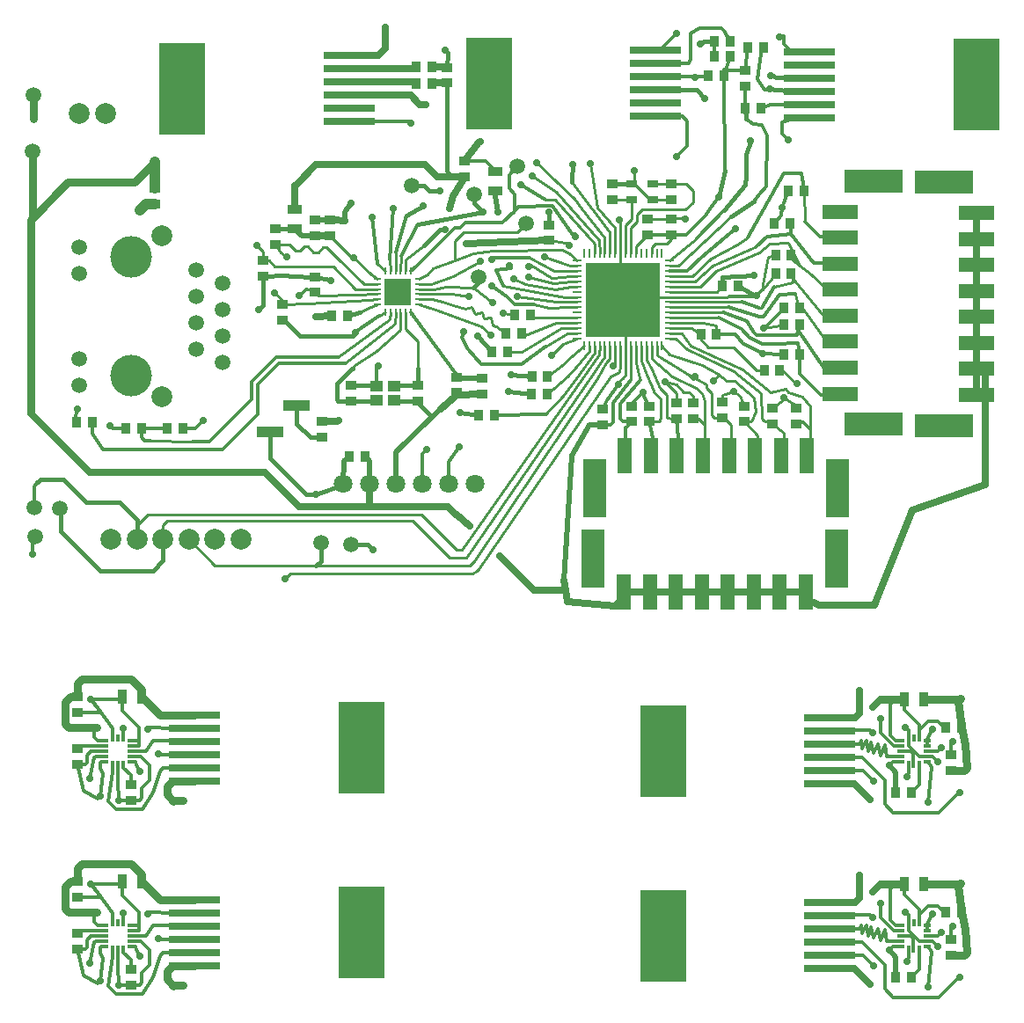
<source format=gtl>
G04 #@! TF.FileFunction,Copper,L1,Top,Signal*
%FSLAX46Y46*%
G04 Gerber Fmt 4.6, Leading zero omitted, Abs format (unit mm)*
G04 Created by KiCad (PCBNEW (2015-08-20 BZR 6109)-product) date Sat 26 Dec 2015 10:38:53 PM PST*
%MOMM*%
G01*
G04 APERTURE LIST*
%ADD10C,0.150000*%
%ADD11R,1.000760X0.899160*%
%ADD12R,0.899160X1.000760*%
%ADD13R,1.397000X0.889000*%
%ADD14C,1.800000*%
%ADD15C,2.000000*%
%ADD16R,1.400000X3.400000*%
%ADD17R,2.300000X5.600000*%
%ADD18R,3.400000X1.400000*%
%ADD19R,5.600000X2.300000*%
%ADD20R,2.540000X0.990600*%
%ADD21R,2.499360X2.499360*%
%ADD22O,0.248920X0.800100*%
%ADD23O,0.800100X0.248920*%
%ADD24C,0.600000*%
%ADD25R,5.000000X0.760000*%
%ADD26R,4.500000X8.800000*%
%ADD27R,0.250000X0.850000*%
%ADD28R,0.850000X0.250000*%
%ADD29R,7.150000X7.150000*%
%ADD30R,1.200000X1.100000*%
%ADD31R,1.000000X0.800000*%
%ADD32C,1.500000*%
%ADD33R,0.800000X0.300000*%
%ADD34R,0.300000X0.800000*%
%ADD35R,0.889000X1.397000*%
%ADD36C,4.000000*%
%ADD37C,0.700000*%
%ADD38C,0.700000*%
%ADD39C,0.800000*%
%ADD40C,1.000000*%
%ADD41C,0.250000*%
%ADD42C,0.500000*%
%ADD43C,0.350000*%
%ADD44C,0.400000*%
%ADD45C,0.300000*%
G04 APERTURE END LIST*
D10*
D11*
X67100000Y-55601840D03*
X67100000Y-54098160D03*
X64630000Y-55461840D03*
X64630000Y-53958160D03*
X60900000Y-56251840D03*
X60900000Y-54748160D03*
X54500000Y-56251840D03*
X54500000Y-54748160D03*
X51700000Y-58248160D03*
X51700000Y-59751840D03*
X52420000Y-38828160D03*
X52420000Y-40331840D03*
X78700000Y-57048160D03*
X78700000Y-58551840D03*
X35625000Y-37276840D03*
X35625000Y-35773160D03*
D12*
X89651840Y-49800000D03*
X88148160Y-49800000D03*
D11*
X73550000Y-39298160D03*
X73550000Y-40801840D03*
D12*
X91751840Y-45200000D03*
X90248160Y-45200000D03*
D13*
X68400000Y-36052500D03*
X68400000Y-34147500D03*
D11*
X51000000Y-38808160D03*
X51000000Y-40311840D03*
X65400000Y-33148160D03*
X65400000Y-34651840D03*
X85300000Y-38748160D03*
X85300000Y-40251840D03*
X79600000Y-35348160D03*
X79600000Y-36851840D03*
X85300000Y-36851840D03*
X85300000Y-35348160D03*
X83000000Y-38748160D03*
X83000000Y-40251840D03*
D13*
X49080000Y-37777500D03*
X49080000Y-39682500D03*
D14*
X63889680Y-64200000D03*
X66429680Y-64200000D03*
X53750000Y-64200000D03*
X56290000Y-64200000D03*
X61359840Y-64200000D03*
X58819840Y-64200000D03*
D15*
X28325000Y-28550000D03*
X30825000Y-28550000D03*
D16*
X80750000Y-74600000D03*
X83250000Y-74600000D03*
X85750000Y-74600000D03*
X98250000Y-74600000D03*
X93250000Y-74600000D03*
X95750000Y-74600000D03*
D17*
X77800000Y-71450000D03*
D16*
X90750000Y-74600000D03*
X88250000Y-74600000D03*
D17*
X101200000Y-71450000D03*
D18*
X101600000Y-38050000D03*
X101600000Y-40550000D03*
X101600000Y-43050000D03*
X101600000Y-55550000D03*
X101600000Y-50550000D03*
X101600000Y-53050000D03*
D19*
X104750000Y-35100000D03*
D18*
X101600000Y-48050000D03*
X101600000Y-45550000D03*
D19*
X104750000Y-58500000D03*
D16*
X98350000Y-61500000D03*
X95850000Y-61500000D03*
X93350000Y-61500000D03*
X80850000Y-61500000D03*
X85850000Y-61500000D03*
X83350000Y-61500000D03*
D17*
X101300000Y-64650000D03*
D16*
X88350000Y-61500000D03*
X90850000Y-61500000D03*
D17*
X77900000Y-64650000D03*
D20*
X49270000Y-56730000D03*
X46730000Y-59270000D03*
D15*
X38900000Y-69600000D03*
X36400000Y-69600000D03*
X43900000Y-69600000D03*
X41400000Y-69600000D03*
X31400000Y-69600000D03*
X33900000Y-69600000D03*
D12*
X73391840Y-53890000D03*
X71888160Y-53890000D03*
X73351840Y-55600000D03*
X71848160Y-55600000D03*
X68251840Y-57600000D03*
X66748160Y-57600000D03*
X52628160Y-48030000D03*
X54131840Y-48030000D03*
X71751840Y-47950000D03*
X70248160Y-47950000D03*
X70901840Y-49750000D03*
X69398160Y-49750000D03*
X69551840Y-51500000D03*
X68048160Y-51500000D03*
D11*
X50975000Y-45801840D03*
X50975000Y-44298160D03*
X47850000Y-46948160D03*
X47850000Y-48451840D03*
X47225000Y-41176840D03*
X47225000Y-39673160D03*
X46025000Y-42748160D03*
X46025000Y-44251840D03*
D12*
X29601840Y-58325000D03*
X28098160Y-58325000D03*
X54348160Y-61600000D03*
X55851840Y-61600000D03*
X34301840Y-58850000D03*
X32798160Y-58850000D03*
X38301840Y-58850000D03*
X36798160Y-58850000D03*
D11*
X97300000Y-56948160D03*
X97300000Y-58451840D03*
D12*
X96548160Y-36000000D03*
X98051840Y-36000000D03*
D11*
X95000000Y-56948160D03*
X95000000Y-58451840D03*
D12*
X95248160Y-39200000D03*
X96751840Y-39200000D03*
D11*
X92300000Y-56748160D03*
X92300000Y-58251840D03*
D12*
X95348160Y-42200000D03*
X96851840Y-42200000D03*
D11*
X90200000Y-56348160D03*
X90200000Y-57851840D03*
D12*
X95348160Y-44000000D03*
X96851840Y-44000000D03*
D11*
X87400000Y-56448160D03*
X87400000Y-57951840D03*
D12*
X96148160Y-47300000D03*
X97651840Y-47300000D03*
D11*
X85800000Y-56448160D03*
X85800000Y-57951840D03*
D12*
X96148160Y-48900000D03*
X97651840Y-48900000D03*
D11*
X83200000Y-56748160D03*
X83200000Y-58251840D03*
D12*
X96148160Y-51800000D03*
X97651840Y-51800000D03*
D11*
X81500000Y-56748160D03*
X81500000Y-58251840D03*
D12*
X94151840Y-22200000D03*
X92648160Y-22200000D03*
X94248160Y-53300000D03*
X95751840Y-53300000D03*
X60748160Y-25700000D03*
X62251840Y-25700000D03*
X88848160Y-24900000D03*
X90351840Y-24900000D03*
X92448160Y-28100000D03*
X93951840Y-28100000D03*
X62251840Y-24100000D03*
X60748160Y-24100000D03*
X89448160Y-21600000D03*
X90951840Y-21600000D03*
D11*
X92400000Y-25951840D03*
X92400000Y-24448160D03*
X63700000Y-24148160D03*
X63700000Y-25651840D03*
D12*
X89448160Y-23100000D03*
X90951840Y-23100000D03*
D21*
X59010000Y-45730000D03*
D22*
X57760320Y-47728980D03*
X58260700Y-47728980D03*
X58761080Y-47728980D03*
X59258920Y-47728980D03*
X59759300Y-47728980D03*
X60259680Y-47728980D03*
D23*
X61008980Y-46979680D03*
X61008980Y-46479300D03*
X61008980Y-45978920D03*
X61008980Y-45481080D03*
X61008980Y-44980700D03*
X61008980Y-44480320D03*
D22*
X60259680Y-43731020D03*
X59759300Y-43731020D03*
X59258920Y-43731020D03*
X58761080Y-43731020D03*
X58260700Y-43731020D03*
X57760320Y-43731020D03*
D23*
X57011020Y-44480320D03*
X57011020Y-44980700D03*
X57011020Y-45481080D03*
X57011020Y-45978920D03*
X57011020Y-46479300D03*
X57011020Y-46979680D03*
D24*
X59010000Y-45730000D03*
X58248000Y-44968000D03*
X58248000Y-46492000D03*
X59772000Y-44968000D03*
X59772000Y-46492000D03*
D25*
X98600000Y-22625000D03*
X98600000Y-25165000D03*
X98600000Y-27705000D03*
X98600000Y-26435000D03*
X98600000Y-28975000D03*
X98600000Y-23895000D03*
D26*
X114650000Y-25800000D03*
D27*
X83910000Y-50940000D03*
X84410000Y-50940000D03*
X80910000Y-50940000D03*
X81410000Y-50940000D03*
X82410000Y-50940000D03*
X81910000Y-50940000D03*
X83410000Y-50940000D03*
X82910000Y-50940000D03*
X78910000Y-50940000D03*
X79410000Y-50940000D03*
X80410000Y-50940000D03*
X79910000Y-50940000D03*
X77910000Y-50940000D03*
X78410000Y-50940000D03*
X77410000Y-50940000D03*
X76910000Y-50940000D03*
D28*
X76210000Y-50240000D03*
X76210000Y-49740000D03*
X76210000Y-48740000D03*
X76210000Y-49240000D03*
X76210000Y-47240000D03*
X76210000Y-46740000D03*
X76210000Y-47740000D03*
X76210000Y-48240000D03*
X76210000Y-44240000D03*
X76210000Y-43740000D03*
X76210000Y-45240000D03*
X76210000Y-44740000D03*
X76210000Y-45740000D03*
X76210000Y-46240000D03*
X76210000Y-42740000D03*
X76210000Y-43240000D03*
D27*
X76910000Y-42040000D03*
X77410000Y-42040000D03*
X78410000Y-42040000D03*
X77910000Y-42040000D03*
X79910000Y-42040000D03*
X80410000Y-42040000D03*
X79410000Y-42040000D03*
X78910000Y-42040000D03*
X82910000Y-42040000D03*
X83410000Y-42040000D03*
X81910000Y-42040000D03*
X82410000Y-42040000D03*
X81410000Y-42040000D03*
X80910000Y-42040000D03*
X84410000Y-42040000D03*
X83910000Y-42040000D03*
D28*
X85110000Y-43240000D03*
X85110000Y-42740000D03*
X85110000Y-46240000D03*
X85110000Y-45740000D03*
X85110000Y-44740000D03*
X85110000Y-45220000D03*
X85110000Y-43740000D03*
X85110000Y-44240000D03*
X85110000Y-48240000D03*
X85110000Y-47740000D03*
X85110000Y-46740000D03*
X85110000Y-47240000D03*
X85110000Y-49240000D03*
X85110000Y-48740000D03*
X85110000Y-49740000D03*
X85110000Y-50240000D03*
D29*
X80660000Y-46490000D03*
D24*
X77860000Y-49490000D03*
X78360000Y-48490000D03*
X77860000Y-47490000D03*
X78360000Y-46490000D03*
X77860000Y-45490000D03*
X78360000Y-44490000D03*
X77860000Y-43490000D03*
X78860000Y-49490000D03*
X79360000Y-48490000D03*
X78860000Y-47490000D03*
X79360000Y-46490000D03*
X78860000Y-45490000D03*
X79360000Y-44490000D03*
X78860000Y-43490000D03*
X79860000Y-49490000D03*
X80360000Y-48490000D03*
X79860000Y-47490000D03*
X80360000Y-46490000D03*
X79860000Y-45490000D03*
X80360000Y-44490000D03*
X79860000Y-43490000D03*
X80860000Y-49490000D03*
X81360000Y-48490000D03*
X80860000Y-47490000D03*
X81360000Y-46490000D03*
X80860000Y-45490000D03*
X81360000Y-44490000D03*
X80860000Y-43490000D03*
X81860000Y-49490000D03*
X82360000Y-48490000D03*
X81860000Y-47490000D03*
X82360000Y-46490000D03*
X81860000Y-45490000D03*
X82360000Y-44490000D03*
X81860000Y-43490000D03*
X82860000Y-49490000D03*
X83360000Y-48490000D03*
X82860000Y-47490000D03*
X83360000Y-46490000D03*
X82860000Y-45490000D03*
X83360000Y-44490000D03*
X82860000Y-43490000D03*
D25*
X83800000Y-28875000D03*
X83800000Y-26335000D03*
X83800000Y-23795000D03*
X83800000Y-25065000D03*
X83800000Y-22525000D03*
X83800000Y-27605000D03*
D26*
X67750000Y-25700000D03*
D25*
X54300000Y-29375000D03*
X54300000Y-26835000D03*
X54300000Y-24295000D03*
X54300000Y-25565000D03*
X54300000Y-23025000D03*
X54300000Y-28105000D03*
D26*
X38250000Y-26200000D03*
D30*
X58650000Y-54800000D03*
X56950000Y-54800000D03*
X58650000Y-56200000D03*
X56950000Y-56200000D03*
D31*
X81500000Y-36850000D03*
X83500000Y-36850000D03*
X81500000Y-35350000D03*
X83500000Y-35350000D03*
D18*
X114700000Y-55650000D03*
X114700000Y-53150000D03*
X114700000Y-50650000D03*
X114700000Y-38150000D03*
X114700000Y-43150000D03*
X114700000Y-40650000D03*
D19*
X111550000Y-58600000D03*
D18*
X114700000Y-45650000D03*
X114700000Y-48150000D03*
D19*
X111550000Y-35200000D03*
D32*
X23900000Y-26800000D03*
X23800000Y-32200000D03*
X66300000Y-36400000D03*
X70500000Y-33700000D03*
X71300000Y-39200000D03*
X60300000Y-35500000D03*
X66800000Y-44300000D03*
X24000000Y-66500000D03*
X26500000Y-66600000D03*
X51600000Y-69900000D03*
X24100000Y-69300000D03*
X54500000Y-70100000D03*
D25*
X39450000Y-86475000D03*
X39450000Y-89015000D03*
X39450000Y-91555000D03*
X39450000Y-90285000D03*
X39450000Y-92825000D03*
X39450000Y-87745000D03*
D26*
X55500000Y-89650000D03*
D33*
X30800000Y-89450000D03*
X30800000Y-88950000D03*
X33350000Y-88950000D03*
X30800000Y-89945000D03*
X30800000Y-90450000D03*
X30800000Y-90950000D03*
D34*
X31575000Y-91225000D03*
X32040000Y-91225000D03*
X32575000Y-91225000D03*
D33*
X33350000Y-90950000D03*
X33350000Y-90450000D03*
X33350000Y-89945000D03*
X33350000Y-89450000D03*
D34*
X32575000Y-88675000D03*
X32060000Y-88675000D03*
X31575000Y-88675000D03*
D11*
X28140000Y-86211840D03*
X28140000Y-84708160D03*
X33310000Y-94691840D03*
X33310000Y-93188160D03*
X28150000Y-91201840D03*
X28150000Y-89698160D03*
D35*
X34372500Y-84750000D03*
X32467500Y-84750000D03*
D25*
X39450000Y-104255000D03*
X39450000Y-106795000D03*
X39450000Y-109335000D03*
X39450000Y-108065000D03*
X39450000Y-110605000D03*
X39450000Y-105525000D03*
D26*
X55500000Y-107430000D03*
D33*
X30800000Y-107230000D03*
X30800000Y-106730000D03*
X33350000Y-106730000D03*
X30800000Y-107725000D03*
X30800000Y-108230000D03*
X30800000Y-108730000D03*
D34*
X31575000Y-109005000D03*
X32040000Y-109005000D03*
X32575000Y-109005000D03*
D33*
X33350000Y-108730000D03*
X33350000Y-108230000D03*
X33350000Y-107725000D03*
X33350000Y-107230000D03*
D34*
X32575000Y-106455000D03*
X32060000Y-106455000D03*
X31575000Y-106455000D03*
D11*
X28140000Y-103991840D03*
X28140000Y-102488160D03*
X33310000Y-112471840D03*
X33310000Y-110968160D03*
X28150000Y-108981840D03*
X28150000Y-107478160D03*
D35*
X34372500Y-102530000D03*
X32467500Y-102530000D03*
D12*
X113211840Y-87650000D03*
X111708160Y-87650000D03*
X106908160Y-93950000D03*
X108411840Y-93950000D03*
D11*
X112260000Y-91801840D03*
X112260000Y-90298160D03*
D33*
X107385000Y-89450000D03*
X107385000Y-88950000D03*
X109935000Y-88950000D03*
X107385000Y-89945000D03*
X107385000Y-90450000D03*
X107385000Y-90950000D03*
D34*
X108160000Y-91225000D03*
X108625000Y-91225000D03*
X109160000Y-91225000D03*
D33*
X109935000Y-90950000D03*
X109935000Y-90450000D03*
X109935000Y-89945000D03*
X109935000Y-89450000D03*
D34*
X109160000Y-88675000D03*
X108645000Y-88675000D03*
X108160000Y-88675000D03*
D25*
X100560000Y-93125000D03*
X100560000Y-90585000D03*
X100560000Y-88045000D03*
X100560000Y-89315000D03*
X100560000Y-86775000D03*
X100560000Y-91855000D03*
D26*
X84510000Y-89950000D03*
D35*
X107707500Y-84950000D03*
X109612500Y-84950000D03*
D12*
X113211840Y-105430000D03*
X111708160Y-105430000D03*
X106908160Y-111730000D03*
X108411840Y-111730000D03*
D11*
X112260000Y-109581840D03*
X112260000Y-108078160D03*
D33*
X107385000Y-107230000D03*
X107385000Y-106730000D03*
X109935000Y-106730000D03*
X107385000Y-107725000D03*
X107385000Y-108230000D03*
X107385000Y-108730000D03*
D34*
X108160000Y-109005000D03*
X108625000Y-109005000D03*
X109160000Y-109005000D03*
D33*
X109935000Y-108730000D03*
X109935000Y-108230000D03*
X109935000Y-107725000D03*
X109935000Y-107230000D03*
D34*
X109160000Y-106455000D03*
X108645000Y-106455000D03*
X108160000Y-106455000D03*
D25*
X100560000Y-110905000D03*
X100560000Y-108365000D03*
X100560000Y-105825000D03*
X100560000Y-107095000D03*
X100560000Y-104555000D03*
X100560000Y-109635000D03*
D26*
X84510000Y-107730000D03*
D35*
X107707500Y-102730000D03*
X109612500Y-102730000D03*
D32*
X28300000Y-41475000D03*
X28300000Y-44015000D03*
X28300000Y-52185000D03*
X28300000Y-54725000D03*
X39550000Y-43660000D03*
X39550000Y-48730000D03*
X39550000Y-46200000D03*
X39550000Y-51270000D03*
X42090000Y-44920000D03*
X42090000Y-50000000D03*
X42090000Y-47460000D03*
D36*
X33332080Y-53815000D03*
X33332080Y-42385000D03*
D15*
X36250000Y-40355000D03*
X36250000Y-55845000D03*
D32*
X42090000Y-52540000D03*
D37*
X35575000Y-33275000D03*
X68825000Y-71200000D03*
X65875000Y-68325000D03*
X97400000Y-54600000D03*
X49200000Y-35400000D03*
X75450000Y-41250000D03*
X70500000Y-46150000D03*
X64000000Y-37700000D03*
X65600000Y-41100000D03*
X65822000Y-46188000D03*
X89900000Y-36600000D03*
X93296778Y-44200104D03*
X60250000Y-29500000D03*
X70125000Y-44500000D03*
X71600000Y-44300000D03*
X85850000Y-32750000D03*
X71600000Y-43300000D03*
X95725000Y-21225000D03*
X52500000Y-44650000D03*
X45625000Y-47475000D03*
X54910000Y-49700000D03*
X54770000Y-42470000D03*
X76100000Y-40400000D03*
X91500000Y-39700000D03*
X63530362Y-39760362D03*
X63000000Y-36000000D03*
X65350000Y-49550000D03*
X68100000Y-46750000D03*
X73800000Y-51900000D03*
X23952025Y-29091471D03*
X23858435Y-70964905D03*
X57100000Y-52900000D03*
X40250000Y-58100000D03*
X34200000Y-37875000D03*
X73500000Y-38100000D03*
X81750000Y-34100000D03*
X53300000Y-58100000D03*
X96600000Y-31100000D03*
X80300000Y-38800000D03*
X85800000Y-20900000D03*
X86700000Y-38700000D03*
X57800000Y-20300000D03*
X96000000Y-37600000D03*
X94200000Y-49200000D03*
X94100000Y-51700000D03*
X96100000Y-55900000D03*
X84700000Y-54400000D03*
X82600000Y-55400000D03*
X80200000Y-54625000D03*
X91300000Y-55300000D03*
X63100000Y-57000000D03*
X54500000Y-37200000D03*
X66900000Y-31300000D03*
X51100000Y-48100000D03*
X93500000Y-46100000D03*
X38290000Y-94670000D03*
X29450000Y-84950000D03*
X30320000Y-94290000D03*
X32140000Y-94720000D03*
X38290000Y-112450000D03*
X29450000Y-102730000D03*
X30320000Y-112070000D03*
X32140000Y-112500000D03*
X110960000Y-90950000D03*
X106260000Y-91350000D03*
X110460000Y-87850000D03*
X113508160Y-91801840D03*
X107860000Y-87650000D03*
X113160000Y-84850000D03*
X103460000Y-84150000D03*
X110960000Y-108730000D03*
X106260000Y-109130000D03*
X110460000Y-105630000D03*
X113508160Y-109581840D03*
X107860000Y-105430000D03*
X113160000Y-102630000D03*
X103460000Y-101930000D03*
X31275000Y-58600000D03*
X64900000Y-60700000D03*
X87600000Y-53900000D03*
X61800000Y-60900000D03*
X89400000Y-54300000D03*
X61700000Y-27700000D03*
X70800000Y-35400000D03*
X94900000Y-24900000D03*
X77550000Y-33400000D03*
X113060000Y-93950000D03*
X111260000Y-89650000D03*
X113060000Y-111730000D03*
X111260000Y-107430000D03*
X71900000Y-34600000D03*
X88500000Y-27100000D03*
X56600000Y-70600000D03*
X48100000Y-73400000D03*
X49525000Y-46100000D03*
X47125000Y-45825000D03*
X72350000Y-33350000D03*
X87600000Y-25100000D03*
X58100000Y-25565000D03*
X68000000Y-42600000D03*
X94800000Y-26200000D03*
X92900000Y-31200000D03*
X75800000Y-33450000D03*
X88100000Y-21900000D03*
X73100000Y-42350000D03*
X63575000Y-22525000D03*
X48275000Y-42400000D03*
X45450000Y-41300000D03*
X28125000Y-57050000D03*
X67200000Y-38100000D03*
X68050000Y-45150000D03*
X51100000Y-65200000D03*
X79700000Y-52850000D03*
X68600000Y-38100000D03*
X69760000Y-43250000D03*
X69860000Y-53720000D03*
X61400000Y-37500000D03*
X69670000Y-55300000D03*
X58530000Y-37700000D03*
X65000000Y-57400000D03*
X56550000Y-38590000D03*
X67950000Y-49900000D03*
X69100000Y-47800000D03*
X66700000Y-50000000D03*
X66900000Y-42800000D03*
X34950000Y-87850000D03*
X34150000Y-91950000D03*
X34950000Y-105630000D03*
X34150000Y-109730000D03*
X104760000Y-92850000D03*
X110060000Y-94850000D03*
X104760000Y-110630000D03*
X110060000Y-112630000D03*
X35950000Y-90250000D03*
X29350000Y-92550000D03*
X35950000Y-108030000D03*
X29350000Y-110330000D03*
X107960000Y-92450000D03*
X104660000Y-88150000D03*
X107960000Y-110230000D03*
X104660000Y-105930000D03*
X29980000Y-87710000D03*
X32550000Y-87730000D03*
X29980000Y-105490000D03*
X32550000Y-105510000D03*
X104660000Y-85750000D03*
X104460000Y-94650000D03*
X104660000Y-103530000D03*
X104460000Y-112430000D03*
X112360000Y-89050000D03*
X105460000Y-86850000D03*
X112360000Y-106830000D03*
X105460000Y-104630000D03*
D38*
X114700000Y-53150000D02*
X114700000Y-55650000D01*
X98250000Y-74600000D02*
X98250000Y-75350000D01*
X98250000Y-75350000D02*
X99500000Y-75900000D01*
X99500000Y-75900000D02*
X104900000Y-75900000D01*
X104900000Y-75900000D02*
X108500000Y-66800000D01*
X108500000Y-66800000D02*
X115521414Y-64300000D01*
X115521414Y-64300000D02*
X115521414Y-53150000D01*
X115521414Y-53150000D02*
X114700000Y-53150000D01*
D39*
X23800000Y-32200000D02*
X23800000Y-38650000D01*
X23800000Y-38650000D02*
X23625000Y-38825000D01*
D38*
X65400000Y-34651840D02*
X62751840Y-34651840D01*
X62751840Y-34651840D02*
X61600000Y-33500000D01*
X61600000Y-33500000D02*
X51100000Y-33500000D01*
X51100000Y-33500000D02*
X49200000Y-35400000D01*
X49500000Y-66400000D02*
X56355467Y-66400000D01*
X56355467Y-66400000D02*
X63800000Y-66400000D01*
X56290000Y-66334533D02*
X56355467Y-66400000D01*
X56290000Y-64200000D02*
X56290000Y-66334533D01*
X63800000Y-66400000D02*
X64600000Y-67200000D01*
X46200000Y-63100000D02*
X49500000Y-66400000D01*
X29300000Y-63100000D02*
X46200000Y-63100000D01*
X23625000Y-57425000D02*
X29300000Y-63100000D01*
X23625000Y-57175000D02*
X23625000Y-57425000D01*
D39*
X33650000Y-35200000D02*
X35575000Y-33275000D01*
X27250000Y-35200000D02*
X33650000Y-35200000D01*
X23625000Y-38825000D02*
X27250000Y-35200000D01*
X23625000Y-57175000D02*
X23625000Y-38825000D01*
D40*
X35625000Y-35773160D02*
X35625000Y-33325000D01*
X35625000Y-33325000D02*
X35575000Y-33275000D01*
D38*
X64600000Y-67200000D02*
X64625000Y-67200000D01*
X72108500Y-74483500D02*
X75140500Y-74483500D01*
X68825000Y-71200000D02*
X72108500Y-74483500D01*
X64625000Y-67200000D02*
X65875000Y-68325000D01*
D41*
X97400000Y-54600000D02*
X97300000Y-54600000D01*
X96000000Y-53300000D02*
X95751840Y-53300000D01*
X97300000Y-54600000D02*
X96000000Y-53300000D01*
D42*
X78700000Y-58551840D02*
X77448160Y-58551840D01*
D38*
X75000000Y-73500000D02*
X75140500Y-74483500D01*
D42*
X77448160Y-58551840D02*
X75775000Y-61500000D01*
X75775000Y-61500000D02*
X75000000Y-73500000D01*
D38*
X114700000Y-40650000D02*
X114700000Y-38150000D01*
X114700000Y-43150000D02*
X114700000Y-40650000D01*
X114700000Y-45650000D02*
X114700000Y-43150000D01*
X114700000Y-48150000D02*
X114700000Y-45650000D01*
X114700000Y-50650000D02*
X114700000Y-48150000D01*
X114700000Y-53150000D02*
X114700000Y-50650000D01*
X95750000Y-74600000D02*
X98250000Y-74600000D01*
X93250000Y-74600000D02*
X95750000Y-74600000D01*
X90750000Y-74600000D02*
X93250000Y-74600000D01*
X88250000Y-74600000D02*
X90750000Y-74600000D01*
X85750000Y-74600000D02*
X88250000Y-74600000D01*
X83250000Y-74600000D02*
X85750000Y-74600000D01*
X80750000Y-74600000D02*
X83250000Y-74600000D01*
X80750000Y-75150000D02*
X80750000Y-74600000D01*
X79900000Y-76000000D02*
X80750000Y-75150000D01*
X75300000Y-75600000D02*
X79900000Y-76000000D01*
X75140500Y-74483500D02*
X75300000Y-75600000D01*
X49080000Y-35520000D02*
X49080000Y-37777500D01*
X49200000Y-35400000D02*
X49080000Y-35520000D01*
D43*
X65400000Y-34651840D02*
X64251840Y-34651840D01*
D44*
X63700000Y-34100000D02*
X63700000Y-25651840D01*
D43*
X64251840Y-34651840D02*
X63700000Y-34100000D01*
D45*
X85300000Y-40251840D02*
X86748160Y-40251840D01*
X86748160Y-40251840D02*
X88600000Y-38400000D01*
X85300000Y-40251840D02*
X83000000Y-40251840D01*
X90351840Y-24900000D02*
X90951840Y-23100000D01*
X92400000Y-24448160D02*
X92648160Y-22200000D01*
X90351840Y-24900000D02*
X90351840Y-24348160D01*
X90451840Y-24448160D02*
X92400000Y-24448160D01*
X90351840Y-24348160D02*
X90451840Y-24448160D01*
X90351840Y-27951840D02*
X90351840Y-24900000D01*
D41*
X81910000Y-42040000D02*
X81910000Y-41341840D01*
X81910000Y-41341840D02*
X83000000Y-40251840D01*
X83410000Y-42040000D02*
X83410000Y-41490000D01*
X85300000Y-40700000D02*
X85300000Y-40251840D01*
X84900000Y-41100000D02*
X85300000Y-40700000D01*
X83800000Y-41100000D02*
X84900000Y-41100000D01*
X83410000Y-41490000D02*
X83800000Y-41100000D01*
D38*
X63700000Y-25651840D02*
X62300000Y-25651840D01*
X62300000Y-25651840D02*
X62251840Y-25700000D01*
D41*
X85110000Y-45740000D02*
X89708160Y-45740000D01*
X89708160Y-45740000D02*
X90248160Y-45200000D01*
X81400000Y-52600000D02*
X81425000Y-54225000D01*
X81410000Y-50940000D02*
X81400000Y-52600000D01*
D45*
X79448160Y-58551840D02*
X78700000Y-58551840D01*
X79700000Y-58300000D02*
X79448160Y-58551840D01*
X79700000Y-56400000D02*
X79700000Y-58300000D01*
X81425000Y-54225000D02*
X79700000Y-56400000D01*
D42*
X56290000Y-64200000D02*
X56290000Y-62038160D01*
X56290000Y-62038160D02*
X55851840Y-61600000D01*
D44*
X90248160Y-45200000D02*
X90200000Y-44300000D01*
X90200000Y-44300000D02*
X93296778Y-44200104D01*
X93296778Y-44200104D02*
X93300000Y-44200000D01*
D41*
X76210000Y-46740000D02*
X74230000Y-46740000D01*
X75618160Y-41081840D02*
X73550000Y-40801840D01*
X75450000Y-41250000D02*
X75618160Y-41081840D01*
X74230000Y-46740000D02*
X70500000Y-46150000D01*
D38*
X65309604Y-34638093D02*
X65400000Y-34740000D01*
X65400000Y-34740000D02*
X64320000Y-36560000D01*
X64320000Y-36560000D02*
X64000000Y-37700000D01*
X65600000Y-41100000D02*
X73550000Y-40801840D01*
D41*
X61008980Y-45978920D02*
X64160000Y-45970000D01*
X64160000Y-45970000D02*
X65822000Y-46188000D01*
X65600000Y-41100000D02*
X65430000Y-40930000D01*
D45*
X89100000Y-37600000D02*
X89900000Y-36600000D01*
X88600000Y-38400000D02*
X89100000Y-37600000D01*
X90500000Y-31200000D02*
X90351840Y-27951840D01*
X90500000Y-34100000D02*
X90500000Y-31200000D01*
D44*
X89900000Y-36600000D02*
X90500000Y-34100000D01*
D41*
X76210000Y-45240000D02*
X75650000Y-45250000D01*
X75650000Y-45250000D02*
X74100000Y-45550000D01*
X71250000Y-45000000D02*
X70125000Y-44500000D01*
X74100000Y-45550000D02*
X71250000Y-45000000D01*
D43*
X60125000Y-29375000D02*
X54300000Y-29375000D01*
D41*
X60250000Y-29500000D02*
X60125000Y-29375000D01*
X76210000Y-44740000D02*
X75700000Y-44750000D01*
X75700000Y-44750000D02*
X74000000Y-44950000D01*
X74000000Y-44950000D02*
X71600000Y-44300000D01*
D43*
X86375000Y-28875000D02*
X83800000Y-28875000D01*
X86850000Y-29350000D02*
X86375000Y-28875000D01*
X86850000Y-31750000D02*
X86850000Y-29350000D01*
X85850000Y-32750000D02*
X86850000Y-31750000D01*
D41*
X73775000Y-44375000D02*
X71727097Y-43172903D01*
X73900000Y-44400000D02*
X73775000Y-44375000D01*
X76210000Y-44240000D02*
X75650000Y-44250000D01*
X75650000Y-44250000D02*
X73900000Y-44400000D01*
X71727097Y-43172903D02*
X71600000Y-43300000D01*
X96875000Y-22625000D02*
X98600000Y-22625000D01*
D43*
X96150000Y-21900000D02*
X96875000Y-22625000D01*
X96150000Y-21150000D02*
X96150000Y-21750000D01*
X96150000Y-21750000D02*
X96150000Y-21900000D01*
X95725000Y-21225000D02*
X96150000Y-21150000D01*
D44*
X49080000Y-39682500D02*
X47234340Y-39682500D01*
X47234340Y-39682500D02*
X47225000Y-39673160D01*
X50975000Y-44298160D02*
X52473160Y-44623160D01*
D41*
X52473160Y-44623160D02*
X52500000Y-44650000D01*
D44*
X46025000Y-44251840D02*
X46025000Y-47075000D01*
X46025000Y-47075000D02*
X45625000Y-47475000D01*
X50975000Y-44298160D02*
X48852951Y-44206599D01*
X48098127Y-44200048D02*
X46025000Y-44251840D01*
X48852951Y-44206599D02*
X48098127Y-44200048D01*
D41*
X47850000Y-48451840D02*
X48076840Y-48451840D01*
D44*
X54635000Y-49975000D02*
X54910000Y-49700000D01*
X49600000Y-49975000D02*
X54635000Y-49975000D01*
X48076840Y-48451840D02*
X49600000Y-49975000D01*
D41*
X54770000Y-42470000D02*
X54558160Y-42470000D01*
X54558160Y-42470000D02*
X52420000Y-40331840D01*
D42*
X51000000Y-40311840D02*
X49709340Y-40311840D01*
X49709340Y-40311840D02*
X49080000Y-39682500D01*
D38*
X51030000Y-40340000D02*
X52420000Y-40331840D01*
D41*
X57011020Y-44480320D02*
X56678000Y-44235909D01*
X56424000Y-44049493D02*
X54770000Y-42470000D01*
X56678000Y-44235909D02*
X56424000Y-44049493D01*
D44*
X54848465Y-49662625D02*
X54848465Y-49654166D01*
D45*
X57220000Y-48048333D02*
X54848465Y-49654166D01*
D41*
X57760320Y-47728980D02*
X57220000Y-48048333D01*
D44*
X54910000Y-49700000D02*
X54848465Y-49662625D01*
D41*
X76210000Y-49240000D02*
X74750000Y-49250000D01*
X70900000Y-51500000D02*
X69551840Y-51500000D01*
X74750000Y-49250000D02*
X70900000Y-51500000D01*
D45*
X69700000Y-35800000D02*
X69700000Y-34500000D01*
X69700000Y-34500000D02*
X70500000Y-33700000D01*
X70240457Y-36340457D02*
X69700000Y-35800000D01*
X70240457Y-37939543D02*
X70240457Y-36340457D01*
X70240457Y-37939543D02*
X70600000Y-37580000D01*
X69080000Y-39100000D02*
X70240457Y-37939543D01*
D41*
X70240457Y-37939543D02*
X70037947Y-38142053D01*
D45*
X60259680Y-43731020D02*
X60790000Y-43320996D01*
X60790000Y-43320996D02*
X64510996Y-39600000D01*
X76040344Y-40201533D02*
X76100000Y-40400000D01*
X64510996Y-39600000D02*
X65000000Y-39600000D01*
X65000000Y-39600000D02*
X65500000Y-39100000D01*
X65500000Y-39100000D02*
X69080000Y-39100000D01*
X73900000Y-37500000D02*
X75830000Y-40230000D01*
X75830000Y-40230000D02*
X76040344Y-40201533D01*
X70600000Y-37580000D02*
X73900000Y-37500000D01*
X86800000Y-43700000D02*
X88300000Y-42400000D01*
X86800000Y-43700000D02*
X85110000Y-43740000D01*
X88300000Y-42400000D02*
X91500000Y-39700000D01*
D41*
X65300000Y-40000000D02*
X70500000Y-40000000D01*
X70500000Y-40000000D02*
X71300000Y-39200000D01*
X64448900Y-40851100D02*
X65300000Y-40000000D01*
X64448900Y-42718069D02*
X66223858Y-42064826D01*
X62388230Y-43476464D02*
X64448900Y-42718069D01*
X64448900Y-42718069D02*
X64448900Y-40851100D01*
X74840060Y-41728420D02*
X75488420Y-42018420D01*
X61820000Y-44082604D02*
X62388230Y-43476464D01*
X66223858Y-42064826D02*
X68090220Y-41767372D01*
X68090220Y-41767372D02*
X74840060Y-41728420D01*
X61008980Y-44480320D02*
X61820000Y-44082604D01*
X75488420Y-42018420D02*
X76210000Y-42740000D01*
D44*
X62000000Y-36000000D02*
X61500000Y-35500000D01*
X61500000Y-35500000D02*
X60300000Y-35500000D01*
X62999638Y-39760362D02*
X63035388Y-39760362D01*
X61500000Y-41260000D02*
X62999638Y-39760362D01*
X63035388Y-39760362D02*
X63530362Y-39760362D01*
X63000000Y-36000000D02*
X62000000Y-36000000D01*
D41*
X76210000Y-49740000D02*
X75340000Y-49740000D01*
X75340000Y-49740000D02*
X73200000Y-51000000D01*
D45*
X73200000Y-51000000D02*
X70900000Y-52700000D01*
X70900000Y-52700000D02*
X67000000Y-52700000D01*
X67000000Y-52700000D02*
X65760000Y-51230000D01*
X65760000Y-51230000D02*
X65170000Y-50140000D01*
X65170000Y-50140000D02*
X65350000Y-49550000D01*
D41*
X59770000Y-42660000D02*
X59759300Y-43731020D01*
X59770000Y-42660000D02*
X61500000Y-41260000D01*
X74250000Y-48750000D02*
X76210000Y-48740000D01*
X74250000Y-48750000D02*
X71250000Y-49910000D01*
X70901840Y-49750000D02*
X71250000Y-49910000D01*
X76210000Y-48240000D02*
X72041840Y-48240000D01*
X72041840Y-48240000D02*
X71751840Y-47950000D01*
D44*
X66250000Y-45350000D02*
X66800000Y-44800000D01*
X66800000Y-44800000D02*
X66800000Y-44300000D01*
D41*
X76210000Y-50240000D02*
X74930000Y-50800000D01*
X74930000Y-50800000D02*
X74100000Y-51500000D01*
X73800000Y-51900000D02*
X74117385Y-51513700D01*
X74100000Y-51500000D02*
X74117385Y-51513700D01*
X61008980Y-45481080D02*
X62420000Y-45510000D01*
X62420000Y-45510000D02*
X63650000Y-45260000D01*
X63650000Y-45260000D02*
X66250000Y-45350000D01*
X66250000Y-45350000D02*
X68100000Y-46750000D01*
X68100000Y-46750000D02*
X68119515Y-46734353D01*
X77400000Y-51450000D02*
X77401340Y-50948660D01*
X76160000Y-52960000D02*
X75310000Y-53920000D01*
X73351840Y-55600000D02*
X75310000Y-53920000D01*
X77400000Y-51450000D02*
X76160000Y-52960000D01*
X77401340Y-50948660D02*
X77410000Y-50940000D01*
X77900000Y-51650000D02*
X77901685Y-50948315D01*
X77901685Y-50948315D02*
X77910000Y-50940000D01*
X77900035Y-51609505D02*
X77900000Y-51650000D01*
X77900000Y-51650000D02*
X76125000Y-54025000D01*
X76125000Y-54025000D02*
X74875000Y-55750000D01*
X74875000Y-55750000D02*
X73200000Y-57575000D01*
D45*
X73200000Y-57575000D02*
X68251840Y-57600000D01*
D41*
X76910000Y-50940000D02*
X75820000Y-51830000D01*
X75820000Y-51830000D02*
X74740000Y-52890000D01*
X74740000Y-52890000D02*
X73391840Y-53890000D01*
D39*
X23952025Y-28596497D02*
X23952025Y-29091471D01*
X23914356Y-26793674D02*
X23952025Y-26831343D01*
X23952025Y-26831343D02*
X23952025Y-28596497D01*
D45*
X23858435Y-70964905D02*
X23858435Y-69541565D01*
X23858435Y-69541565D02*
X24100000Y-69300000D01*
X56950000Y-54800000D02*
X56950000Y-53050000D01*
X56950000Y-53050000D02*
X57100000Y-52900000D01*
D41*
X80910000Y-50940000D02*
X80910000Y-49540000D01*
X80910000Y-49540000D02*
X80860000Y-49490000D01*
X80410000Y-42040000D02*
X80410000Y-43040000D01*
X80410000Y-43040000D02*
X80860000Y-43490000D01*
X85110000Y-46240000D02*
X83610000Y-46240000D01*
X83610000Y-46240000D02*
X83360000Y-46490000D01*
D45*
X38301840Y-58850000D02*
X39500000Y-58850000D01*
X39500000Y-58850000D02*
X40250000Y-58100000D01*
D40*
X35625000Y-37276840D02*
X34798160Y-37276840D01*
X34798160Y-37276840D02*
X34200000Y-37875000D01*
D44*
X79600000Y-35348160D02*
X81498160Y-35348160D01*
X81498160Y-35348160D02*
X81500000Y-35350000D01*
X73550000Y-39298160D02*
X73500000Y-38100000D01*
D41*
X81750000Y-35100000D02*
X81500000Y-35350000D01*
X81750000Y-34100000D02*
X81750000Y-35100000D01*
D38*
X51700000Y-58248160D02*
X53151840Y-58248160D01*
X53151840Y-58248160D02*
X53300000Y-58100000D01*
D44*
X60900000Y-56251840D02*
X60900000Y-56400000D01*
X60900000Y-56400000D02*
X62290588Y-57790588D01*
X58800000Y-56250000D02*
X60898160Y-56250000D01*
X60898160Y-56250000D02*
X60900000Y-56251840D01*
X56800000Y-54750000D02*
X57150000Y-54750000D01*
X58650000Y-56250000D02*
X58800000Y-56250000D01*
X54500000Y-54748160D02*
X56798160Y-54748160D01*
X56798160Y-54748160D02*
X56800000Y-54750000D01*
D45*
X98600000Y-28975000D02*
X97225000Y-28975000D01*
X96000000Y-30500000D02*
X96600000Y-31100000D01*
X96000000Y-29400000D02*
X96000000Y-30500000D01*
X97225000Y-28975000D02*
X96000000Y-29400000D01*
D43*
X68400000Y-34147500D02*
X68400000Y-34100000D01*
X67448160Y-33148160D02*
X65400000Y-33148160D01*
X68400000Y-34100000D02*
X67448160Y-33148160D01*
D41*
X80410000Y-42040000D02*
X80410000Y-38910000D01*
X80410000Y-38910000D02*
X80300000Y-38800000D01*
D45*
X83800000Y-22525000D02*
X84175000Y-22525000D01*
X84175000Y-22525000D02*
X85800000Y-20900000D01*
D41*
X83500000Y-36850000D02*
X83250000Y-36850000D01*
X83250000Y-36850000D02*
X81750000Y-35350000D01*
X81750000Y-35350000D02*
X81500000Y-35350000D01*
X85300000Y-38748160D02*
X86548160Y-38548160D01*
X86548160Y-38548160D02*
X86700000Y-38700000D01*
X83000000Y-38748160D02*
X85300000Y-38748160D01*
X83500000Y-36850000D02*
X85298160Y-36850000D01*
X85298160Y-36850000D02*
X85300000Y-36851840D01*
D38*
X54300000Y-23025000D02*
X57075000Y-23025000D01*
X57800000Y-22300000D02*
X57800000Y-20300000D01*
X57075000Y-23025000D02*
X57800000Y-22300000D01*
D45*
X96548160Y-36000000D02*
X96000000Y-37600000D01*
X95900000Y-38400000D02*
X96000000Y-37600000D01*
X95900000Y-38400000D02*
X95248160Y-39200000D01*
X96000000Y-37600000D02*
X96000000Y-37600000D01*
D41*
X95348160Y-42200000D02*
X94600000Y-42400000D01*
X94100000Y-45000000D02*
X94100000Y-45500000D01*
X94600000Y-42400000D02*
X94100000Y-45000000D01*
X95348160Y-44000000D02*
X94100000Y-45500000D01*
D45*
X94100000Y-45500000D02*
X93500000Y-46100000D01*
D41*
X96148160Y-47300000D02*
X95300000Y-48100000D01*
X95300000Y-49100000D02*
X94200000Y-49200000D01*
X95300000Y-49100000D02*
X96148160Y-48900000D01*
X95300000Y-48100000D02*
X94200000Y-49200000D01*
D45*
X96148160Y-51800000D02*
X93950354Y-51715248D01*
D41*
X93950354Y-51715248D02*
X94100000Y-51700000D01*
D45*
X89651840Y-49800000D02*
X91500000Y-49800000D01*
X91500000Y-49800000D02*
X92200000Y-50700000D01*
X92200000Y-50700000D02*
X94100000Y-51700000D01*
D41*
X95000000Y-56948160D02*
X96200000Y-56000000D01*
X97300000Y-56700000D02*
X96100000Y-55900000D01*
X97300000Y-56700000D02*
X97300000Y-56948160D01*
X96200000Y-56000000D02*
X96100000Y-55900000D01*
X90200000Y-56348160D02*
X90200000Y-55700000D01*
X90200000Y-55700000D02*
X91300000Y-55300000D01*
X84700000Y-54400000D02*
X85800000Y-54700000D01*
X85800000Y-55500000D02*
X84700000Y-54400000D01*
X85800000Y-56448160D02*
X85800000Y-55500000D01*
X87400000Y-55800000D02*
X87400000Y-56448160D01*
X87000000Y-55400000D02*
X87400000Y-55800000D01*
X86500000Y-55400000D02*
X87000000Y-55400000D01*
X85800000Y-54700000D02*
X86500000Y-55400000D01*
X82600000Y-55400000D02*
X82600000Y-55648160D01*
D45*
X81500000Y-56500000D02*
X82600000Y-55400000D01*
D41*
X81500000Y-56748160D02*
X81500000Y-56500000D01*
D45*
X82600000Y-55648160D02*
X83200000Y-56748160D01*
X78700000Y-57048160D02*
X79084721Y-56157599D01*
X79084721Y-56157599D02*
X80200000Y-54625000D01*
D41*
X92300000Y-56748160D02*
X91900000Y-55800000D01*
X91900000Y-55800000D02*
X91300000Y-55300000D01*
D42*
X58819840Y-64200000D02*
X58800000Y-61200000D01*
X58800000Y-61200000D02*
X62290588Y-57790588D01*
D38*
X64514767Y-55703088D02*
X67100000Y-55601840D01*
D42*
X62290588Y-57790588D02*
X63100000Y-57000000D01*
D38*
X64445759Y-55823560D02*
X63100000Y-57000000D01*
X64445759Y-55823560D02*
X64514767Y-55703088D01*
D41*
X85110000Y-48740000D02*
X86130000Y-48740000D01*
X86130000Y-48740000D02*
X87300000Y-48700000D01*
X87300000Y-48700000D02*
X88300000Y-48700000D01*
X89650000Y-49500000D02*
X89651840Y-49800000D01*
X89650000Y-49420000D02*
X89650000Y-49500000D01*
X89600000Y-49000000D02*
X89650000Y-49420000D01*
X88310000Y-48710000D02*
X89600000Y-49000000D01*
X88300000Y-48700000D02*
X88310000Y-48710000D01*
X89255201Y-46240000D02*
X90530000Y-46250000D01*
X90530000Y-46250000D02*
X90900000Y-46200000D01*
X89255201Y-46240000D02*
X85110000Y-46240000D01*
D44*
X91751840Y-45200000D02*
X93500000Y-46180000D01*
D45*
X90900000Y-46200000D02*
X93500000Y-46180000D01*
D41*
X80911029Y-51670406D02*
X80901029Y-50948971D01*
X80901029Y-50948971D02*
X80910000Y-50940000D01*
X80910000Y-46240000D02*
X80660000Y-46490000D01*
X80910000Y-46740000D02*
X80660000Y-46490000D01*
X80410000Y-46240000D02*
X80660000Y-46490000D01*
D38*
X65400000Y-33148160D02*
X66800000Y-31400000D01*
D42*
X66800000Y-31400000D02*
X66900000Y-31300000D01*
X52420000Y-38828160D02*
X51020000Y-38828160D01*
X51020000Y-38828160D02*
X51000000Y-38808160D01*
X53910000Y-38878160D02*
X53910000Y-38090000D01*
X53910000Y-38090000D02*
X54500000Y-37200000D01*
D38*
X52628160Y-48030000D02*
X51100000Y-48100000D01*
D41*
X80911460Y-51639940D02*
X80911029Y-51670406D01*
X80911029Y-51670406D02*
X80900000Y-53725000D01*
X80900000Y-53725000D02*
X80650000Y-54050000D01*
X80650000Y-54050000D02*
X80220000Y-54435000D01*
X80220000Y-54435000D02*
X80200000Y-54525000D01*
X91751840Y-45200000D02*
X93500000Y-46100000D01*
D38*
X53910000Y-38878160D02*
X52894513Y-38821393D01*
X52894513Y-38821393D02*
X52420000Y-38828160D01*
X67100000Y-55601840D02*
X64630000Y-55662500D01*
D39*
X37350000Y-94750000D02*
X37430000Y-94670000D01*
X37430000Y-94670000D02*
X38290000Y-94670000D01*
X36750000Y-94150000D02*
X37350000Y-94750000D01*
X36750000Y-93350000D02*
X36750000Y-94150000D01*
X37275000Y-92825000D02*
X36750000Y-93350000D01*
X39450000Y-92825000D02*
X37275000Y-92825000D01*
D45*
X34050000Y-87650000D02*
X32467500Y-86067500D01*
X32467500Y-86067500D02*
X32467500Y-84750000D01*
X34050000Y-88550000D02*
X34050000Y-87650000D01*
X29450000Y-84950000D02*
X32267500Y-84950000D01*
D44*
X32267500Y-84950000D02*
X32467500Y-84750000D01*
D45*
X33350000Y-90450000D02*
X34250000Y-90450000D01*
X34128160Y-94691840D02*
X33310000Y-94691840D01*
X34330000Y-94490000D02*
X34128160Y-94691840D01*
X34330000Y-93480000D02*
X34330000Y-94490000D01*
X35090000Y-92720000D02*
X34330000Y-93480000D01*
X35090000Y-91290000D02*
X35090000Y-92720000D01*
X34250000Y-90450000D02*
X35090000Y-91290000D01*
X33350000Y-89450000D02*
X34070000Y-89450000D01*
X34050000Y-89430000D02*
X34050000Y-88550000D01*
X34070000Y-89450000D02*
X34050000Y-89430000D01*
X33310000Y-94691840D02*
X32168160Y-94691840D01*
X32168160Y-94691840D02*
X32140000Y-94720000D01*
X29490000Y-84770000D02*
X29450000Y-84950000D01*
X31575000Y-88675000D02*
X31539817Y-87745842D01*
X31539817Y-87745842D02*
X29475000Y-84975000D01*
X29450000Y-84950000D02*
X29450000Y-84950000D01*
X29450000Y-84950000D02*
X30400000Y-86251840D01*
X29475000Y-84975000D02*
X29450000Y-84950000D01*
X30350000Y-91550000D02*
X30350000Y-91050000D01*
X30350000Y-91550000D02*
X30613793Y-92165517D01*
X30320000Y-94290000D02*
X30613793Y-92165517D01*
X30450000Y-90950000D02*
X30800000Y-90950000D01*
X30350000Y-91050000D02*
X30450000Y-90950000D01*
X32040000Y-91225000D02*
X32050000Y-91650000D01*
X30115117Y-94494883D02*
X28728449Y-93754883D01*
X30320000Y-94290000D02*
X30115117Y-94494883D01*
X32050000Y-91650000D02*
X32070000Y-92838000D01*
X32070000Y-92838000D02*
X32140000Y-94720000D01*
X30800000Y-89945000D02*
X29455000Y-89945000D01*
X28898160Y-91201840D02*
X28150000Y-91201840D01*
X29050000Y-91050000D02*
X28898160Y-91201840D01*
X29050000Y-90350000D02*
X29050000Y-91050000D01*
X29455000Y-89945000D02*
X29050000Y-90350000D01*
X28728449Y-93754883D02*
X28150000Y-91201840D01*
X33350000Y-88950000D02*
X33950000Y-88950000D01*
X34050000Y-88850000D02*
X34050000Y-88550000D01*
X33950000Y-88950000D02*
X34050000Y-88850000D01*
X28140000Y-86211840D02*
X30400000Y-86251840D01*
D39*
X37350000Y-112530000D02*
X37430000Y-112450000D01*
X37430000Y-112450000D02*
X38290000Y-112450000D01*
X36750000Y-111930000D02*
X37350000Y-112530000D01*
X36750000Y-111130000D02*
X36750000Y-111930000D01*
X37275000Y-110605000D02*
X36750000Y-111130000D01*
X39450000Y-110605000D02*
X37275000Y-110605000D01*
D45*
X34050000Y-105430000D02*
X32467500Y-103847500D01*
X32467500Y-103847500D02*
X32467500Y-102530000D01*
X34050000Y-106330000D02*
X34050000Y-105430000D01*
X29450000Y-102730000D02*
X32267500Y-102730000D01*
D44*
X32267500Y-102730000D02*
X32467500Y-102530000D01*
D45*
X33350000Y-108230000D02*
X34250000Y-108230000D01*
X34128160Y-112471840D02*
X33310000Y-112471840D01*
X34330000Y-112270000D02*
X34128160Y-112471840D01*
X34330000Y-111260000D02*
X34330000Y-112270000D01*
X35090000Y-110500000D02*
X34330000Y-111260000D01*
X35090000Y-109070000D02*
X35090000Y-110500000D01*
X34250000Y-108230000D02*
X35090000Y-109070000D01*
X33350000Y-107230000D02*
X34070000Y-107230000D01*
X34050000Y-107210000D02*
X34050000Y-106330000D01*
X34070000Y-107230000D02*
X34050000Y-107210000D01*
X33310000Y-112471840D02*
X32168160Y-112471840D01*
X32168160Y-112471840D02*
X32140000Y-112500000D01*
X29490000Y-102550000D02*
X29450000Y-102730000D01*
X31575000Y-106455000D02*
X31539817Y-105525842D01*
X31539817Y-105525842D02*
X29475000Y-102755000D01*
X29450000Y-102730000D02*
X29450000Y-102730000D01*
X29450000Y-102730000D02*
X30400000Y-104031840D01*
X29475000Y-102755000D02*
X29450000Y-102730000D01*
X30350000Y-109330000D02*
X30350000Y-108830000D01*
X30350000Y-109330000D02*
X30613793Y-109945517D01*
X30320000Y-112070000D02*
X30613793Y-109945517D01*
X30450000Y-108730000D02*
X30800000Y-108730000D01*
X30350000Y-108830000D02*
X30450000Y-108730000D01*
X32040000Y-109005000D02*
X32050000Y-109430000D01*
X30115117Y-112274883D02*
X28728449Y-111534883D01*
X30320000Y-112070000D02*
X30115117Y-112274883D01*
X32050000Y-109430000D02*
X32070000Y-110618000D01*
X32070000Y-110618000D02*
X32140000Y-112500000D01*
X30800000Y-107725000D02*
X29455000Y-107725000D01*
X28898160Y-108981840D02*
X28150000Y-108981840D01*
X29050000Y-108830000D02*
X28898160Y-108981840D01*
X29050000Y-108130000D02*
X29050000Y-108830000D01*
X29455000Y-107725000D02*
X29050000Y-108130000D01*
X28728449Y-111534883D02*
X28150000Y-108981840D01*
X33350000Y-106730000D02*
X33950000Y-106730000D01*
X34050000Y-106630000D02*
X34050000Y-106330000D01*
X33950000Y-106730000D02*
X34050000Y-106630000D01*
X28140000Y-103991840D02*
X30400000Y-104031840D01*
D39*
X109612500Y-84950000D02*
X113060000Y-84950000D01*
X113060000Y-84950000D02*
X113160000Y-84850000D01*
D45*
X109935000Y-90450000D02*
X110460000Y-90450000D01*
X110460000Y-90450000D02*
X110960000Y-90950000D01*
X107385000Y-89945000D02*
X108355000Y-89945000D01*
X108355000Y-89945000D02*
X108625000Y-90215000D01*
D42*
X106908160Y-93950000D02*
X106908160Y-91998160D01*
X106908160Y-91998160D02*
X106260000Y-91350000D01*
D45*
X108625000Y-91225000D02*
X108625000Y-90215000D01*
X108625000Y-90215000D02*
X108625000Y-89915000D01*
X109935000Y-90450000D02*
X109160000Y-90450000D01*
X109160000Y-90450000D02*
X108625000Y-89915000D01*
X108160000Y-89450000D02*
X108160000Y-88675000D01*
X108625000Y-89915000D02*
X108160000Y-89450000D01*
X107385000Y-90950000D02*
X106660000Y-90950000D01*
X106660000Y-90950000D02*
X106260000Y-91350000D01*
X109935000Y-88950000D02*
X109935000Y-88775000D01*
X109935000Y-88775000D02*
X110460000Y-87850000D01*
X109935000Y-89450000D02*
X109935000Y-88950000D01*
X108160000Y-88675000D02*
X108160000Y-87950000D01*
X108160000Y-87950000D02*
X107860000Y-87650000D01*
D39*
X112260000Y-91801840D02*
X113508160Y-91801840D01*
X113508160Y-91801840D02*
X113760000Y-91550000D01*
X113760000Y-91550000D02*
X113560000Y-89250000D01*
X113560000Y-89250000D02*
X113211840Y-87650000D01*
X113211840Y-87650000D02*
X112911840Y-85098160D01*
X112911840Y-85098160D02*
X113160000Y-84850000D01*
D38*
X100560000Y-86775000D02*
X103035000Y-86775000D01*
X103460000Y-86350000D02*
X103460000Y-84150000D01*
X103035000Y-86775000D02*
X103460000Y-86350000D01*
D39*
X109612500Y-102730000D02*
X113060000Y-102730000D01*
X113060000Y-102730000D02*
X113160000Y-102630000D01*
D45*
X109935000Y-108230000D02*
X110460000Y-108230000D01*
X110460000Y-108230000D02*
X110960000Y-108730000D01*
X107385000Y-107725000D02*
X108355000Y-107725000D01*
X108355000Y-107725000D02*
X108625000Y-107995000D01*
D42*
X106908160Y-111730000D02*
X106908160Y-109778160D01*
X106908160Y-109778160D02*
X106260000Y-109130000D01*
D45*
X108625000Y-109005000D02*
X108625000Y-107995000D01*
X108625000Y-107995000D02*
X108625000Y-107695000D01*
X109935000Y-108230000D02*
X109160000Y-108230000D01*
X109160000Y-108230000D02*
X108625000Y-107695000D01*
X108160000Y-107230000D02*
X108160000Y-106455000D01*
X108625000Y-107695000D02*
X108160000Y-107230000D01*
X107385000Y-108730000D02*
X106660000Y-108730000D01*
X106660000Y-108730000D02*
X106260000Y-109130000D01*
X109935000Y-106730000D02*
X109935000Y-106555000D01*
X109935000Y-106555000D02*
X110460000Y-105630000D01*
X109935000Y-107230000D02*
X109935000Y-106730000D01*
X108160000Y-106455000D02*
X108160000Y-105730000D01*
X108160000Y-105730000D02*
X107860000Y-105430000D01*
D39*
X112260000Y-109581840D02*
X113508160Y-109581840D01*
X113508160Y-109581840D02*
X113760000Y-109330000D01*
X113760000Y-109330000D02*
X113560000Y-107030000D01*
X113560000Y-107030000D02*
X113211840Y-105430000D01*
X113211840Y-105430000D02*
X112911840Y-102878160D01*
X112911840Y-102878160D02*
X113160000Y-102630000D01*
D38*
X100560000Y-104555000D02*
X103035000Y-104555000D01*
X103460000Y-104130000D02*
X103460000Y-101930000D01*
X103035000Y-104555000D02*
X103460000Y-104130000D01*
D45*
X32798160Y-58850000D02*
X31525000Y-58850000D01*
X31525000Y-58850000D02*
X31275000Y-58600000D01*
D41*
X86794644Y-53609357D02*
X87390643Y-54109357D01*
D45*
X63889680Y-62110320D02*
X63889680Y-64200000D01*
X64900000Y-60700000D02*
X63889680Y-62110320D01*
D41*
X87390643Y-54109357D02*
X87600000Y-53900000D01*
X90200000Y-57851840D02*
X90351840Y-57851840D01*
X91070000Y-58570000D02*
X91070000Y-60860000D01*
X90351840Y-57851840D02*
X91070000Y-58570000D01*
X88700000Y-54700000D02*
X88700000Y-55000000D01*
X85854803Y-53071383D02*
X86794644Y-53609357D01*
X86794644Y-53609357D02*
X88700000Y-54700000D01*
X83910000Y-51840000D02*
X85854803Y-53071383D01*
X83910000Y-50940000D02*
X83910000Y-51840000D01*
X89451840Y-57851840D02*
X90200000Y-57851840D01*
X89200000Y-57600000D02*
X89451840Y-57851840D01*
X89200000Y-55500000D02*
X89200000Y-57600000D01*
X88700000Y-55000000D02*
X89200000Y-55500000D01*
X89825895Y-53653717D02*
X89800000Y-53800000D01*
D45*
X61359840Y-61340160D02*
X61359840Y-64200000D01*
X61800000Y-60900000D02*
X61359840Y-61340160D01*
D41*
X89800000Y-53800000D02*
X89400000Y-54300000D01*
X93610000Y-60860000D02*
X93610000Y-59561840D01*
X93610000Y-59561840D02*
X92300000Y-58251840D01*
X92300000Y-58251840D02*
X93048160Y-58251840D01*
X91400000Y-54300000D02*
X93300000Y-55900000D01*
X91400000Y-54300000D02*
X90600000Y-54300000D01*
X93400000Y-57300000D02*
X93300000Y-55900000D01*
X93048160Y-58251840D02*
X93400000Y-57300000D01*
X84410000Y-50940000D02*
X85100000Y-51800000D01*
X88300000Y-52800000D02*
X89825895Y-53653717D01*
X89825895Y-53653717D02*
X90600000Y-54300000D01*
X90600000Y-54300000D02*
X90614904Y-54297727D01*
X85100000Y-51800000D02*
X88300000Y-52800000D01*
D38*
X61700000Y-27700000D02*
X61100000Y-27700000D01*
D45*
X70800000Y-35400000D02*
X73200000Y-36900000D01*
D41*
X73200000Y-36900000D02*
X74100000Y-36900000D01*
X74100000Y-36900000D02*
X77900000Y-41100000D01*
X77910000Y-42040000D02*
X77900000Y-41100000D01*
D38*
X60235000Y-26835000D02*
X54300000Y-26835000D01*
X61100000Y-27700000D02*
X60235000Y-26835000D01*
D44*
X94935000Y-24865000D02*
X95400000Y-25100000D01*
X95400000Y-25100000D02*
X98600000Y-25165000D01*
X94900000Y-24900000D02*
X94935000Y-24865000D01*
D41*
X79910000Y-42040000D02*
X79900000Y-39600000D01*
X79900000Y-39600000D02*
X78200000Y-37676316D01*
X78200000Y-37676316D02*
X77550000Y-33400000D01*
D45*
X33350000Y-89945000D02*
X34750000Y-89950000D01*
X35450000Y-88950000D02*
X39450000Y-89015000D01*
X34750000Y-89950000D02*
X35450000Y-88950000D01*
X33350000Y-107725000D02*
X34750000Y-107730000D01*
X35450000Y-106730000D02*
X39450000Y-106795000D01*
X34750000Y-107730000D02*
X35450000Y-106730000D01*
X109935000Y-89945000D02*
X110965000Y-89945000D01*
X103695000Y-90585000D02*
X105860000Y-92750000D01*
X105860000Y-92750000D02*
X105860000Y-95050000D01*
X105860000Y-95050000D02*
X106660000Y-95850000D01*
X106660000Y-95850000D02*
X111060000Y-95850000D01*
X111060000Y-95850000D02*
X112960000Y-93950000D01*
X103695000Y-90585000D02*
X100560000Y-90585000D01*
X113060000Y-93950000D02*
X112960000Y-93950000D01*
X110965000Y-89945000D02*
X111260000Y-89650000D01*
X109935000Y-107725000D02*
X110965000Y-107725000D01*
X103695000Y-108365000D02*
X105860000Y-110530000D01*
X105860000Y-110530000D02*
X105860000Y-112830000D01*
X105860000Y-112830000D02*
X106660000Y-113630000D01*
X106660000Y-113630000D02*
X111060000Y-113630000D01*
X111060000Y-113630000D02*
X112960000Y-111730000D01*
X103695000Y-108365000D02*
X100560000Y-108365000D01*
X113060000Y-111730000D02*
X112960000Y-111730000D01*
X110965000Y-107725000D02*
X111260000Y-107430000D01*
D41*
X78410000Y-42040000D02*
X78400000Y-40800000D01*
X74200000Y-36100000D02*
X71900000Y-34600000D01*
X78400000Y-40800000D02*
X74200000Y-36100000D01*
D44*
X87735000Y-26335000D02*
X83800000Y-26335000D01*
X88500000Y-27100000D02*
X87735000Y-26335000D01*
D45*
X93800000Y-48100000D02*
X94200000Y-48100000D01*
X90840000Y-47240000D02*
X93800000Y-48100000D01*
D41*
X85110000Y-47240000D02*
X90840000Y-47240000D01*
X97551840Y-47451840D02*
X97651840Y-47300000D01*
X97200000Y-45900000D02*
X97551840Y-47451840D01*
D45*
X95700000Y-46000000D02*
X97200000Y-45900000D01*
X94200000Y-48100000D02*
X95700000Y-46000000D01*
D41*
X97651840Y-47300000D02*
X97900000Y-47300000D01*
X100310000Y-50610000D02*
X101660000Y-50610000D01*
X97900000Y-47300000D02*
X100310000Y-50610000D01*
X96851840Y-44000000D02*
X96851840Y-44251840D01*
X99970000Y-48070000D02*
X101660000Y-48070000D01*
X96851840Y-44251840D02*
X99970000Y-48070000D01*
X93800000Y-47300000D02*
X94000000Y-47300000D01*
D45*
X92040000Y-46740000D02*
X93800000Y-47300000D01*
D41*
X85110000Y-46740000D02*
X92040000Y-46740000D01*
X97000000Y-44800000D02*
X97000000Y-44100000D01*
X95200000Y-45300000D02*
X97000000Y-44800000D01*
D45*
X94000000Y-47300000D02*
X95200000Y-45300000D01*
D41*
X93800000Y-42000000D02*
X94800000Y-41100000D01*
X94800000Y-41100000D02*
X96600000Y-41000000D01*
X88080000Y-45220000D02*
X89600000Y-43700000D01*
X89600000Y-43700000D02*
X93800000Y-42000000D01*
X85110000Y-45220000D02*
X88080000Y-45220000D01*
X97651840Y-43251840D02*
X96851840Y-42200000D01*
X96600000Y-41000000D02*
X97651840Y-43251840D01*
X101660000Y-45530000D02*
X100330000Y-45530000D01*
X96851840Y-42551840D02*
X96851840Y-42200000D01*
X100330000Y-45530000D02*
X98800000Y-44100000D01*
X98800000Y-44100000D02*
X96851840Y-42551840D01*
X85110000Y-44740000D02*
X87560000Y-44740000D01*
D45*
X96800000Y-40200000D02*
X96751840Y-39200000D01*
X94500000Y-40400000D02*
X96800000Y-40200000D01*
D41*
X89298021Y-43190810D02*
X93500000Y-41400000D01*
D45*
X93500000Y-41400000D02*
X94500000Y-40400000D01*
D41*
X87560000Y-44740000D02*
X89298021Y-43190810D01*
D45*
X101660000Y-42990000D02*
X98990000Y-42990000D01*
D41*
X96800000Y-40203680D02*
X96751840Y-39200000D01*
D45*
X98990000Y-42990000D02*
X96800000Y-40203680D01*
D41*
X91675767Y-41209394D02*
X92700000Y-40500000D01*
X87360000Y-44240000D02*
X89130000Y-42590000D01*
X89130000Y-42590000D02*
X91675767Y-41209394D01*
X85110000Y-44240000D02*
X87360000Y-44240000D01*
D45*
X98100000Y-35800000D02*
X98051840Y-36000000D01*
X97800000Y-34300000D02*
X98100000Y-35800000D01*
X96100000Y-34300000D02*
X97800000Y-34300000D01*
X92700000Y-40500000D02*
X96100000Y-34300000D01*
D41*
X98051840Y-36000000D02*
X98200000Y-39000000D01*
D45*
X98200000Y-39000000D02*
X99650000Y-40450000D01*
X99650000Y-40450000D02*
X101660000Y-40450000D01*
D41*
X87700000Y-55000000D02*
X88271906Y-55509169D01*
X88530000Y-56300000D02*
X88530000Y-60860000D01*
X88271906Y-55509169D02*
X88530000Y-56300000D01*
X87400000Y-57951840D02*
X87951840Y-57951840D01*
X88530000Y-58530000D02*
X88530000Y-60860000D01*
X87951840Y-57951840D02*
X88530000Y-58530000D01*
X83410000Y-50940000D02*
X83410000Y-52210000D01*
X85400000Y-53900000D02*
X87700000Y-55000000D01*
X87700000Y-55000000D02*
X87663434Y-54984102D01*
X83410000Y-52210000D02*
X85400000Y-53900000D01*
D45*
X85800000Y-57951840D02*
X86100000Y-60750000D01*
D41*
X86100000Y-60750000D02*
X85990000Y-60860000D01*
X84900000Y-55700000D02*
X84900000Y-57900000D01*
X83429887Y-53182210D02*
X84200000Y-55000000D01*
X84200000Y-55000000D02*
X84900000Y-55700000D01*
X85500000Y-58000000D02*
X85600000Y-57900000D01*
X84900000Y-57900000D02*
X85500000Y-58000000D01*
X82904771Y-52300018D02*
X83429887Y-53182210D01*
X83429887Y-53182210D02*
X83429887Y-53182210D01*
X82910000Y-50940000D02*
X82910000Y-50940000D01*
X82910000Y-50940000D02*
X82904771Y-52300018D01*
D45*
X83200000Y-58251840D02*
X83700000Y-60610000D01*
D41*
X83700000Y-60610000D02*
X83450000Y-60860000D01*
X83344301Y-54656622D02*
X83700000Y-55500000D01*
X82900000Y-53700000D02*
X83344301Y-54656622D01*
X82410000Y-50940000D02*
X82400637Y-52400645D01*
X82400637Y-52400645D02*
X82900000Y-53700000D01*
X84200000Y-58200000D02*
X83200000Y-58251840D01*
X84300000Y-57700000D02*
X84200000Y-58200000D01*
X84300000Y-56000000D02*
X84300000Y-57700000D01*
X83700000Y-55500000D02*
X84300000Y-56000000D01*
D45*
X80910000Y-60860000D02*
X80910000Y-58841840D01*
D41*
X80910000Y-58841840D02*
X81500000Y-58251840D01*
D45*
X80400000Y-56500000D02*
X80400000Y-58000000D01*
X82325000Y-54250000D02*
X80400000Y-56500000D01*
D41*
X81910000Y-50940000D02*
X81900000Y-52500000D01*
X81900000Y-52500000D02*
X82200000Y-53725000D01*
X82200000Y-53725000D02*
X82325000Y-54250000D01*
D45*
X80651840Y-58251840D02*
X81500000Y-58251840D01*
D41*
X80400000Y-58000000D02*
X80651840Y-58251840D01*
X95000000Y-58451840D02*
X95000000Y-58500000D01*
X96150000Y-59350000D02*
X96150000Y-60860000D01*
X95000000Y-58500000D02*
X96150000Y-59350000D01*
X91300000Y-53400000D02*
X91800000Y-53800000D01*
X85110000Y-50240000D02*
X85740000Y-50240000D01*
X86800000Y-51300000D02*
X91300000Y-53400000D01*
X85740000Y-50240000D02*
X86800000Y-51300000D01*
X94151840Y-58151840D02*
X95000000Y-58451840D01*
X94000000Y-58000000D02*
X94151840Y-58151840D01*
X93900000Y-55500000D02*
X94000000Y-58000000D01*
X91800000Y-53800000D02*
X93900000Y-55500000D01*
X98690000Y-60860000D02*
X98690000Y-58990000D01*
X97951840Y-58251840D02*
X97300000Y-58451840D01*
X98690000Y-58990000D02*
X97951840Y-58251840D01*
X92200000Y-53200000D02*
X93900000Y-54700000D01*
X93900000Y-54700000D02*
X94900000Y-55400000D01*
X94900000Y-55400000D02*
X96300000Y-55100000D01*
X86340000Y-49740000D02*
X87200000Y-50900000D01*
X87200000Y-50900000D02*
X92200000Y-53200000D01*
X85110000Y-49740000D02*
X86340000Y-49740000D01*
X98690000Y-56790000D02*
X98690000Y-60860000D01*
X97880135Y-55816526D02*
X98690000Y-56790000D01*
X96600000Y-55400000D02*
X97880135Y-55816526D01*
X96300000Y-55100000D02*
X96600000Y-55400000D01*
D45*
X92100000Y-49300000D02*
X92800000Y-50200000D01*
X92800000Y-50200000D02*
X94100000Y-50800000D01*
X97500000Y-50700000D02*
X97651840Y-51800000D01*
X95300000Y-50800000D02*
X97500000Y-50700000D01*
X94100000Y-50800000D02*
X95300000Y-50800000D01*
X97651840Y-51800000D02*
X97651840Y-53651840D01*
X97651840Y-53651840D02*
X99690000Y-55690000D01*
X99690000Y-55690000D02*
X101660000Y-55690000D01*
D41*
X85110000Y-48240000D02*
X89840000Y-48240000D01*
D45*
X89840000Y-48240000D02*
X92100000Y-49300000D01*
D41*
X92100000Y-49300000D02*
X92155141Y-49349735D01*
D45*
X90340000Y-47740000D02*
X92600000Y-48600000D01*
X92600000Y-48600000D02*
X93300000Y-49700000D01*
X93300000Y-49700000D02*
X93508994Y-49908994D01*
X93508994Y-49908994D02*
X97400000Y-49908994D01*
X97400000Y-49908994D02*
X97500000Y-49496320D01*
D41*
X97651840Y-48900000D02*
X97500000Y-49400000D01*
D45*
X100050000Y-53150000D02*
X101660000Y-53150000D01*
X97500000Y-49400000D02*
X100050000Y-53150000D01*
D41*
X85110000Y-47740000D02*
X90340000Y-47740000D01*
X97500000Y-49496320D02*
X97651840Y-48900000D01*
D45*
X24366755Y-64072169D02*
X24000000Y-64438924D01*
X24000000Y-64438924D02*
X24000000Y-66500000D01*
D44*
X24298719Y-64072169D02*
X24366755Y-64072169D01*
X24638924Y-63800000D02*
X26800000Y-63800000D01*
X24366755Y-64072169D02*
X24638924Y-63800000D01*
X26800000Y-63800000D02*
X29000000Y-66000000D01*
X29000000Y-66000000D02*
X32200000Y-66000000D01*
X32200000Y-66000000D02*
X33900000Y-67700000D01*
X33900000Y-67700000D02*
X33900000Y-69600000D01*
D41*
X61250000Y-67200000D02*
X35425736Y-67200000D01*
X35425736Y-67200000D02*
X35300000Y-67200000D01*
X33900000Y-69600000D02*
X33900000Y-68185787D01*
X33900000Y-68185787D02*
X34885787Y-67200000D01*
X34885787Y-67200000D02*
X35425736Y-67200000D01*
X78410000Y-50940000D02*
X78400000Y-51775000D01*
X78400000Y-51775000D02*
X65164932Y-70582730D01*
X65164932Y-70582730D02*
X64632730Y-70582730D01*
X64632730Y-70582730D02*
X61250000Y-67200000D01*
D44*
X54500000Y-70100000D02*
X56100000Y-70100000D01*
X56100000Y-70100000D02*
X56600000Y-70600000D01*
D41*
X66200000Y-72825000D02*
X48675000Y-72825000D01*
X48675000Y-72825000D02*
X48100000Y-73400000D01*
X80295340Y-53454325D02*
X79475000Y-53875000D01*
X79475000Y-53875000D02*
X66800000Y-72450000D01*
X66800000Y-72450000D02*
X66600000Y-72650000D01*
X66600000Y-72650000D02*
X66200000Y-72825000D01*
X80410000Y-50940000D02*
X80410000Y-52915000D01*
X80410000Y-52915000D02*
X80295340Y-53454325D01*
X80295340Y-53454325D02*
X80290255Y-53478243D01*
X50975000Y-45801840D02*
X50200000Y-45425000D01*
X50200000Y-45425000D02*
X49525000Y-46100000D01*
X51405000Y-46090000D02*
X51273160Y-46100000D01*
X54800000Y-46000000D02*
X51405000Y-46090000D01*
X57011020Y-45978920D02*
X54800000Y-46000000D01*
X47850000Y-46948160D02*
X47850000Y-46550000D01*
X47850000Y-46550000D02*
X47125000Y-45825000D01*
X51800000Y-46810000D02*
X50288160Y-46870000D01*
X56160000Y-46490000D02*
X51800000Y-46810000D01*
X57011020Y-46479300D02*
X56160000Y-46490000D01*
X50288160Y-46870000D02*
X47850000Y-46948160D01*
X47778160Y-47020000D02*
X47850000Y-46948160D01*
X78910000Y-42040000D02*
X78900000Y-40500000D01*
X76000000Y-36800000D02*
X72350000Y-33350000D01*
X76700000Y-37700000D02*
X76000000Y-36800000D01*
X78900000Y-40500000D02*
X76700000Y-37700000D01*
D44*
X87600000Y-25100000D02*
X87600000Y-25065000D01*
D45*
X83800000Y-25065000D02*
X87600000Y-25065000D01*
X87600000Y-25065000D02*
X88683160Y-25065000D01*
X88683160Y-25065000D02*
X88848160Y-24900000D01*
D41*
X76210000Y-43740000D02*
X74075000Y-43750000D01*
X68100000Y-42500000D02*
X68000000Y-42600000D01*
D45*
X68900000Y-42500000D02*
X68100000Y-42500000D01*
X71700000Y-42450000D02*
X68900000Y-42500000D01*
D41*
X74075000Y-43750000D02*
X71700000Y-42450000D01*
D38*
X54300000Y-25565000D02*
X58100000Y-25565000D01*
X58100000Y-25565000D02*
X60613160Y-25565000D01*
X60613160Y-25565000D02*
X60748160Y-25700000D01*
D41*
X58100000Y-25600000D02*
X58000000Y-25500000D01*
D44*
X92400000Y-35400000D02*
X92500000Y-34600000D01*
X92500000Y-34600000D02*
X92500000Y-32500000D01*
X92500000Y-32500000D02*
X93000000Y-31151840D01*
D41*
X85110000Y-42740000D02*
X85110000Y-42690000D01*
D45*
X87800000Y-40600000D02*
X90400000Y-37900000D01*
D41*
X85110000Y-42690000D02*
X87800000Y-40600000D01*
D44*
X90400000Y-37900000D02*
X92400000Y-35400000D01*
X94865000Y-26135000D02*
X95200000Y-26300000D01*
X95200000Y-26300000D02*
X98600000Y-26435000D01*
X94800000Y-26200000D02*
X94865000Y-26135000D01*
D45*
X98600000Y-26435000D02*
X94300000Y-26314062D01*
X94300000Y-26314062D02*
X93600000Y-25300000D01*
X93600000Y-25300000D02*
X94000000Y-22200000D01*
X94000000Y-22200000D02*
X94335000Y-22016840D01*
X94335000Y-22016840D02*
X94151840Y-22200000D01*
D44*
X75700000Y-34900000D02*
X75800000Y-33450000D01*
D41*
X79410000Y-42040000D02*
X79400000Y-40000000D01*
X79400000Y-40000000D02*
X75700000Y-35200000D01*
D44*
X75700000Y-35200000D02*
X75700000Y-34900000D01*
X88400000Y-21600000D02*
X89448160Y-21600000D01*
X88100000Y-21900000D02*
X88400000Y-21600000D01*
D45*
X89448160Y-23100000D02*
X89448160Y-21600000D01*
D41*
X75600000Y-43250000D02*
X73100000Y-42350000D01*
X76210000Y-43240000D02*
X75600000Y-43250000D01*
D44*
X63775000Y-22725000D02*
X63700000Y-24148160D01*
D43*
X63575000Y-22525000D02*
X63775000Y-22725000D01*
D38*
X62251840Y-24100000D02*
X63651840Y-24100000D01*
X63651840Y-24100000D02*
X63700000Y-24148160D01*
D43*
X93296234Y-37061384D02*
X93750000Y-36350000D01*
D41*
X86000000Y-43200000D02*
X91100000Y-38500000D01*
D44*
X91100000Y-38500000D02*
X93296234Y-37061384D01*
D41*
X85110000Y-43240000D02*
X86000000Y-43200000D01*
D43*
X93200000Y-29600000D02*
X92500000Y-29100000D01*
X94000000Y-29700000D02*
X93200000Y-29600000D01*
X94500000Y-30700000D02*
X94000000Y-29700000D01*
X94450000Y-35650000D02*
X94500000Y-30700000D01*
X93750000Y-36350000D02*
X94450000Y-35650000D01*
X92500000Y-29100000D02*
X92448160Y-28100000D01*
D44*
X92500000Y-29100000D02*
X92448160Y-28100000D01*
D45*
X92448160Y-28100000D02*
X92448160Y-26000000D01*
X92448160Y-26000000D02*
X92400000Y-25951840D01*
D41*
X57011020Y-44980700D02*
X55755700Y-44980700D01*
X48551840Y-41176840D02*
X47225000Y-41176840D01*
X49575000Y-41800000D02*
X49125000Y-41825000D01*
X49125000Y-41825000D02*
X48551840Y-41176840D01*
X53175000Y-42525000D02*
X52150000Y-41475000D01*
X52150000Y-41475000D02*
X51794837Y-41491974D01*
X51794837Y-41491974D02*
X51350000Y-41950000D01*
X51350000Y-41950000D02*
X50851206Y-41925469D01*
X50851206Y-41925469D02*
X50350000Y-41375000D01*
X50350000Y-41375000D02*
X49975000Y-41375000D01*
X49975000Y-41375000D02*
X49575000Y-41800000D01*
X55755700Y-44980700D02*
X53175000Y-42525000D01*
X47225000Y-41176840D02*
X47725000Y-42000000D01*
X47725000Y-42000000D02*
X48275000Y-42400000D01*
X57011020Y-45481080D02*
X54931080Y-45481080D01*
X46573160Y-42748160D02*
X46025000Y-42748160D01*
X47150000Y-43325000D02*
X46573160Y-42748160D01*
X52775000Y-43325000D02*
X47150000Y-43325000D01*
X54931080Y-45481080D02*
X52775000Y-43325000D01*
X46025000Y-42748160D02*
X46025000Y-41875000D01*
X46025000Y-41875000D02*
X45450000Y-41300000D01*
D44*
X26543908Y-66589502D02*
X26543908Y-68766655D01*
X26543908Y-68766655D02*
X30377253Y-72600000D01*
X30377253Y-72600000D02*
X35400000Y-72600000D01*
X35400000Y-72600000D02*
X36400000Y-71600000D01*
X36400000Y-71600000D02*
X36400000Y-69600000D01*
D41*
X36400000Y-69600000D02*
X36400000Y-68185787D01*
X36400000Y-68185787D02*
X36785787Y-67800000D01*
X36785787Y-67800000D02*
X60400000Y-67800000D01*
X60400000Y-67800000D02*
X63931233Y-71331233D01*
X63931233Y-71331233D02*
X65581723Y-71331233D01*
X65581723Y-71331233D02*
X77772120Y-53614982D01*
X77772120Y-53614982D02*
X78575000Y-52375000D01*
X78575000Y-52375000D02*
X78910000Y-52040000D01*
X78910000Y-52040000D02*
X78910000Y-50940000D01*
X65925000Y-72100000D02*
X51139360Y-72100000D01*
X51139360Y-72100000D02*
X41400000Y-72100000D01*
D44*
X51600000Y-69900000D02*
X51600000Y-71639360D01*
X51600000Y-71639360D02*
X51139360Y-72100000D01*
D41*
X79410000Y-50940000D02*
X79410000Y-52165000D01*
X78194039Y-54070986D02*
X66325000Y-71700000D01*
X79410000Y-52165000D02*
X79050000Y-52525000D01*
X41400000Y-72100000D02*
X38900000Y-69600000D01*
X79050000Y-52525000D02*
X78194039Y-54070986D01*
X66325000Y-71700000D02*
X65925000Y-72100000D01*
D45*
X28098160Y-58325000D02*
X28000000Y-57725000D01*
X28175000Y-57050000D02*
X28125000Y-57050000D01*
X28000000Y-57725000D02*
X28175000Y-57050000D01*
D44*
X66300000Y-36400000D02*
X66300000Y-37200000D01*
X66300000Y-37200000D02*
X67200000Y-38100000D01*
D41*
X76210000Y-47240000D02*
X74780000Y-47240000D01*
X74780000Y-47240000D02*
X74198506Y-47264434D01*
X74198506Y-47264434D02*
X73500000Y-47300000D01*
X73500000Y-47300000D02*
X72100000Y-46950000D01*
X76199662Y-47229662D02*
X76210000Y-47240000D01*
D44*
X60910000Y-39250000D02*
X67200000Y-38100000D01*
D45*
X68050000Y-45150000D02*
X69450000Y-46200000D01*
X69450000Y-46200000D02*
X70200000Y-46950000D01*
X70200000Y-46950000D02*
X72100000Y-46950000D01*
D41*
X59258920Y-43731020D02*
X59270000Y-42320000D01*
D45*
X59270000Y-42320000D02*
X60910000Y-39250000D01*
D41*
X72100000Y-46950000D02*
X72059412Y-46907647D01*
D44*
X51100000Y-65200000D02*
X50134700Y-65200000D01*
X50134700Y-65200000D02*
X46730000Y-61795300D01*
X46730000Y-61795300D02*
X46730000Y-59270000D01*
D41*
X79675000Y-52950000D02*
X79900000Y-52650000D01*
X79910000Y-50940000D02*
X79910700Y-50940700D01*
X79925000Y-52400000D02*
X79925000Y-52525000D01*
X79925000Y-52525000D02*
X79675000Y-52950000D01*
X79925000Y-52400000D02*
X79910700Y-50940700D01*
D44*
X53750000Y-64350000D02*
X53750000Y-64200000D01*
X51100000Y-65200000D02*
X53750000Y-64350000D01*
D41*
X79900000Y-52650000D02*
X79700000Y-52850000D01*
D42*
X53750000Y-64200000D02*
X53800000Y-62000000D01*
X53800000Y-62000000D02*
X54348160Y-61600000D01*
X67100000Y-54098160D02*
X64770000Y-54098160D01*
X64770000Y-54098160D02*
X64630000Y-53958160D01*
D45*
X60690000Y-48322573D02*
X64630000Y-53757500D01*
X60259680Y-47728980D02*
X60690000Y-48322573D01*
D44*
X60900000Y-54748160D02*
X60900000Y-53150000D01*
D41*
X60900000Y-53150000D02*
X60900000Y-50500000D01*
X60900000Y-50500000D02*
X59759300Y-49359300D01*
X59759300Y-49359300D02*
X59759300Y-47728980D01*
D44*
X60900000Y-54748160D02*
X58801840Y-54748160D01*
X58801840Y-54748160D02*
X58800000Y-54750000D01*
X54500000Y-56251840D02*
X56798160Y-56251840D01*
X56798160Y-56251840D02*
X56800000Y-56250000D01*
X54643150Y-53148347D02*
X54551653Y-53148347D01*
X53251840Y-56251840D02*
X54500000Y-56251840D01*
X53100000Y-56100000D02*
X53251840Y-56251840D01*
X53100000Y-54600000D02*
X53100000Y-56100000D01*
X54551653Y-53148347D02*
X53100000Y-54600000D01*
D41*
X59258920Y-47728980D02*
X59250955Y-49399766D01*
X54770000Y-52890000D02*
X54643150Y-53148347D01*
X59250955Y-49399766D02*
X56920000Y-51410000D01*
X56920000Y-51410000D02*
X54770000Y-52890000D01*
D44*
X50551840Y-59751840D02*
X49270000Y-58470000D01*
X49270000Y-58470000D02*
X49270000Y-56730000D01*
X51700000Y-59751840D02*
X50551840Y-59751840D01*
D41*
X94248160Y-53300000D02*
X93500000Y-53300000D01*
X88148160Y-50348160D02*
X88148160Y-49800000D01*
X88900000Y-51100000D02*
X88148160Y-50348160D01*
X91300000Y-51100000D02*
X88900000Y-51100000D01*
X93500000Y-53300000D02*
X91300000Y-51100000D01*
X85110000Y-49240000D02*
X87240000Y-49230000D01*
X87240000Y-49230000D02*
X88110000Y-49800000D01*
X88110000Y-49800000D02*
X88148160Y-49800000D01*
X76210000Y-46240000D02*
X75040000Y-46240000D01*
X75040000Y-46240000D02*
X69165616Y-45184384D01*
X69860000Y-43450000D02*
X69720000Y-43200000D01*
D45*
X69150000Y-45200000D02*
X69100000Y-45200000D01*
X69100000Y-45200000D02*
X68450000Y-43650000D01*
X68450000Y-43650000D02*
X69900000Y-43500000D01*
D41*
X69165616Y-45184384D02*
X69150000Y-45200000D01*
D42*
X68600000Y-38100000D02*
X68300000Y-36000000D01*
D41*
X81500000Y-36850000D02*
X79601840Y-36850000D01*
X79601840Y-36850000D02*
X79600000Y-36851840D01*
X80910000Y-42040000D02*
X80910000Y-39310000D01*
X81500000Y-38720000D02*
X81500000Y-36850000D01*
X80910000Y-39310000D02*
X81500000Y-38720000D01*
X85300000Y-35348160D02*
X86748160Y-35348160D01*
X81410000Y-39590000D02*
X81410000Y-42040000D01*
X82000000Y-39000000D02*
X81410000Y-39590000D01*
X82000000Y-38300000D02*
X82000000Y-39000000D01*
X82500000Y-37800000D02*
X82000000Y-38300000D01*
X86700000Y-37800000D02*
X82500000Y-37800000D01*
X87400000Y-37100000D02*
X86700000Y-37800000D01*
X87400000Y-36000000D02*
X87400000Y-37100000D01*
X86748160Y-35348160D02*
X87400000Y-36000000D01*
X85300000Y-35348160D02*
X83501840Y-35348160D01*
X83501840Y-35348160D02*
X83500000Y-35350000D01*
D44*
X71888160Y-53890000D02*
X69860000Y-53720000D01*
X61400000Y-37500000D02*
X59790000Y-38440000D01*
D45*
X59790000Y-38440000D02*
X58780000Y-41990000D01*
D41*
X58780000Y-41990000D02*
X58780000Y-41989108D01*
X58761080Y-43731020D02*
X58780000Y-41989108D01*
X58780000Y-41989108D02*
X58779981Y-41934201D01*
D44*
X71848160Y-55600000D02*
X69670000Y-55300000D01*
D45*
X58530000Y-37700000D02*
X58230000Y-42600000D01*
D41*
X58230000Y-42600000D02*
X58260700Y-43731020D01*
D44*
X66748160Y-57600000D02*
X65000000Y-57400000D01*
D45*
X56550000Y-38590000D02*
X57050000Y-43090000D01*
D41*
X57050000Y-43090000D02*
X57760320Y-43731020D01*
X57011020Y-46979680D02*
X56170000Y-47320000D01*
X56170000Y-47320000D02*
X55350000Y-47710000D01*
D44*
X55350000Y-47710000D02*
X54131840Y-48030000D01*
D41*
X69100000Y-47800000D02*
X70248160Y-47950000D01*
X61008980Y-46979680D02*
X62590000Y-47440000D01*
X62590000Y-47440000D02*
X67050000Y-49075048D01*
X67050000Y-49075048D02*
X67950000Y-49900000D01*
X61008980Y-46479300D02*
X62266000Y-46462440D01*
X62266000Y-46462440D02*
X63282000Y-46696000D01*
X63282000Y-46696000D02*
X64280000Y-47010000D01*
X64280000Y-47010000D02*
X65450000Y-47400000D01*
X65450000Y-47400000D02*
X66100000Y-47250000D01*
X66100000Y-47250000D02*
X66450000Y-47850000D01*
X66450000Y-47850000D02*
X67100000Y-47750000D01*
X67100000Y-47750000D02*
X67250000Y-48350000D01*
X67250000Y-48350000D02*
X67950000Y-48200000D01*
X67950000Y-48200000D02*
X68150000Y-48950000D01*
X68150000Y-48950000D02*
X68450000Y-49100000D01*
X68450000Y-49100000D02*
X69398160Y-49750000D01*
X61008980Y-44980700D02*
X62170000Y-44990000D01*
D44*
X66700000Y-50000000D02*
X68048160Y-51500000D01*
D41*
X64320000Y-44220000D02*
X66900000Y-42800000D01*
X62170000Y-44990000D02*
X64320000Y-44220000D01*
D45*
X45500000Y-54700000D02*
X45500000Y-57550000D01*
X45500000Y-57550000D02*
X42100000Y-60950000D01*
X47547341Y-52652659D02*
X45500000Y-54700000D01*
X53860000Y-52652659D02*
X47547341Y-52652659D01*
X42100000Y-60950000D02*
X30650000Y-60950000D01*
D41*
X58750000Y-48850000D02*
X53860000Y-52652659D01*
X58761080Y-47728980D02*
X58750000Y-48850000D01*
D45*
X29601840Y-59376840D02*
X29601840Y-58325000D01*
X30650000Y-60950000D02*
X29601840Y-59376840D01*
D41*
X39650000Y-60150000D02*
X39258133Y-60144093D01*
X39258133Y-60144093D02*
X35151776Y-60082189D01*
D45*
X40855907Y-60144093D02*
X39258133Y-60144093D01*
X44900000Y-56100000D02*
X40855907Y-60144093D01*
X44900000Y-54400000D02*
X44900000Y-56100000D01*
X47270000Y-52030000D02*
X44900000Y-54400000D01*
X53200000Y-52030000D02*
X47270000Y-52030000D01*
X35151776Y-60082189D02*
X34607189Y-60082189D01*
X34301840Y-59776840D02*
X34301840Y-58850000D01*
X34607189Y-60082189D02*
X34301840Y-59776840D01*
X36798160Y-58850000D02*
X34301840Y-58850000D01*
D41*
X58260700Y-47728980D02*
X58250000Y-48400000D01*
X58250000Y-48400000D02*
X53200000Y-52030000D01*
X35151776Y-60082189D02*
X35124790Y-60055203D01*
D45*
X98600000Y-27705000D02*
X94900000Y-27700000D01*
X94900000Y-27700000D02*
X93956840Y-28105000D01*
X93956840Y-28105000D02*
X93951840Y-28100000D01*
D38*
X54300000Y-24295000D02*
X60553160Y-24295000D01*
X60553160Y-24295000D02*
X60748160Y-24100000D01*
D45*
X90951840Y-21600000D02*
X90351840Y-20651840D01*
X87005000Y-23795000D02*
X83800000Y-23795000D01*
X87200000Y-23300000D02*
X87005000Y-23795000D01*
X87200000Y-20900000D02*
X87200000Y-23300000D01*
X88000000Y-20400000D02*
X87200000Y-20900000D01*
X90100000Y-20400000D02*
X88000000Y-20400000D01*
X90351840Y-20651840D02*
X90100000Y-20400000D01*
X33350000Y-90950000D02*
X33750000Y-90950000D01*
X35155000Y-87645000D02*
X39450000Y-87845000D01*
X34950000Y-87950000D02*
X35155000Y-87745000D01*
X33843337Y-91356736D02*
X34150000Y-91950000D01*
X33750000Y-90950000D02*
X33843337Y-91356736D01*
X33350000Y-108730000D02*
X33750000Y-108730000D01*
X35155000Y-105425000D02*
X39450000Y-105625000D01*
X34950000Y-105730000D02*
X35155000Y-105525000D01*
X33843337Y-109136736D02*
X34150000Y-109730000D01*
X33750000Y-108730000D02*
X33843337Y-109136736D01*
X109935000Y-90950000D02*
X110060000Y-90950000D01*
X103765000Y-91855000D02*
X100560000Y-91855000D01*
X104760000Y-92850000D02*
X103765000Y-91855000D01*
X110364216Y-91450377D02*
X110060000Y-94850000D01*
X110060000Y-90950000D02*
X110364216Y-91450377D01*
X109935000Y-108730000D02*
X110060000Y-108730000D01*
X103765000Y-109635000D02*
X100560000Y-109635000D01*
X104760000Y-110630000D02*
X103765000Y-109635000D01*
X110364216Y-109230377D02*
X110060000Y-112630000D01*
X110060000Y-108730000D02*
X110364216Y-109230377D01*
X30800000Y-90450000D02*
X30050000Y-90450000D01*
X35985000Y-90285000D02*
X39450000Y-90285000D01*
X35950000Y-90250000D02*
X35985000Y-90285000D01*
X29750000Y-90550000D02*
X29350000Y-92550000D01*
X30050000Y-90450000D02*
X29750000Y-90550000D01*
X30800000Y-108230000D02*
X30050000Y-108230000D01*
X35985000Y-108065000D02*
X39450000Y-108065000D01*
X35950000Y-108030000D02*
X35985000Y-108065000D01*
X29750000Y-108330000D02*
X29350000Y-110330000D01*
X30050000Y-108230000D02*
X29750000Y-108330000D01*
X103694483Y-89663793D02*
X103560000Y-88950000D01*
X103463966Y-89315000D02*
X100560000Y-89315000D01*
X103560000Y-88950000D02*
X103463966Y-89315000D01*
X107385000Y-90450000D02*
X106060000Y-90450000D01*
X105860000Y-89350000D02*
X105460000Y-90350000D01*
X105460000Y-90350000D02*
X105160000Y-89250000D01*
X105160000Y-89250000D02*
X104760000Y-90150000D01*
X104760000Y-90150000D02*
X104560000Y-89150000D01*
X104560000Y-89150000D02*
X104260000Y-89950000D01*
X104260000Y-89950000D02*
X104060000Y-88950000D01*
X104060000Y-88950000D02*
X104060000Y-88950000D01*
X104060000Y-88950000D02*
X103694483Y-89663793D01*
X103694483Y-89663793D02*
X103660000Y-89750000D01*
X106060000Y-90450000D02*
X105860000Y-89350000D01*
X103694483Y-107443793D02*
X103560000Y-106730000D01*
X103463966Y-107095000D02*
X100560000Y-107095000D01*
X103560000Y-106730000D02*
X103463966Y-107095000D01*
X107385000Y-108230000D02*
X106060000Y-108230000D01*
X105860000Y-107130000D02*
X105460000Y-108130000D01*
X105460000Y-108130000D02*
X105160000Y-107030000D01*
X105160000Y-107030000D02*
X104760000Y-107930000D01*
X104760000Y-107930000D02*
X104560000Y-106930000D01*
X104560000Y-106930000D02*
X104260000Y-107730000D01*
X104260000Y-107730000D02*
X104060000Y-106730000D01*
X104060000Y-106730000D02*
X104060000Y-106730000D01*
X104060000Y-106730000D02*
X103694483Y-107443793D01*
X103694483Y-107443793D02*
X103660000Y-107530000D01*
X106060000Y-108230000D02*
X105860000Y-107130000D01*
X31575000Y-91225000D02*
X31560000Y-91970000D01*
X31560000Y-91970000D02*
X31110000Y-94780000D01*
X31110000Y-94780000D02*
X31110000Y-94780000D01*
X36650000Y-91550000D02*
X39450000Y-91555000D01*
X36350000Y-91550000D02*
X36650000Y-91550000D01*
X36150000Y-91950000D02*
X36350000Y-91550000D01*
X34410000Y-95540000D02*
X35450000Y-93950000D01*
X35450000Y-93950000D02*
X36150000Y-91950000D01*
X31910000Y-95540000D02*
X34410000Y-95540000D01*
X31110000Y-94780000D02*
X31910000Y-95540000D01*
X31575000Y-109005000D02*
X31560000Y-109750000D01*
X31560000Y-109750000D02*
X31110000Y-112560000D01*
X31110000Y-112560000D02*
X31110000Y-112560000D01*
X36650000Y-109330000D02*
X39450000Y-109335000D01*
X36350000Y-109330000D02*
X36650000Y-109330000D01*
X36150000Y-109730000D02*
X36350000Y-109330000D01*
X34410000Y-113320000D02*
X35450000Y-111730000D01*
X35450000Y-111730000D02*
X36150000Y-109730000D01*
X31910000Y-113320000D02*
X34410000Y-113320000D01*
X31110000Y-112560000D02*
X31910000Y-113320000D01*
X100560000Y-88045000D02*
X104455000Y-87945000D01*
X108160000Y-92050000D02*
X108160000Y-91225000D01*
X108060000Y-92150000D02*
X108160000Y-92050000D01*
X108060000Y-92350000D02*
X108060000Y-92150000D01*
X107960000Y-92450000D02*
X108060000Y-92350000D01*
X104455000Y-87945000D02*
X104660000Y-88150000D01*
X100560000Y-105825000D02*
X104455000Y-105725000D01*
X108160000Y-109830000D02*
X108160000Y-109005000D01*
X108060000Y-109930000D02*
X108160000Y-109830000D01*
X108060000Y-110130000D02*
X108060000Y-109930000D01*
X107960000Y-110230000D02*
X108060000Y-110130000D01*
X104455000Y-105725000D02*
X104660000Y-105930000D01*
D39*
X26950000Y-87350000D02*
X27310000Y-87710000D01*
X27310000Y-87710000D02*
X29980000Y-87710000D01*
X26950000Y-85250000D02*
X26950000Y-87350000D01*
X27450000Y-84750000D02*
X26950000Y-85250000D01*
X27751878Y-84750000D02*
X27450000Y-84750000D01*
X28140000Y-84708160D02*
X27793718Y-84708160D01*
X27793718Y-84708160D02*
X27751878Y-84750000D01*
X34372500Y-84750000D02*
X34372500Y-84496000D01*
X34350000Y-84050000D02*
X33350000Y-83050000D01*
X34372500Y-84496000D02*
X34350000Y-84473500D01*
X34350000Y-84473500D02*
X34350000Y-84050000D01*
X28548580Y-83050000D02*
X28140000Y-83458580D01*
X28140000Y-83458580D02*
X28140000Y-84708160D01*
X33350000Y-83050000D02*
X28548580Y-83050000D01*
X39450000Y-86475000D02*
X36097500Y-86475000D01*
X36097500Y-86475000D02*
X34372500Y-84750000D01*
X34372500Y-85004000D02*
X34372500Y-84750000D01*
D45*
X27901840Y-84698160D02*
X28140000Y-84708160D01*
X32575000Y-88675000D02*
X32575000Y-87755000D01*
X30120000Y-88950000D02*
X30800000Y-88950000D01*
X29770000Y-88600000D02*
X30120000Y-88950000D01*
X29770000Y-87920000D02*
X29770000Y-88330000D01*
X29770000Y-88330000D02*
X29770000Y-88600000D01*
X29980000Y-87710000D02*
X29770000Y-87920000D01*
X32575000Y-87755000D02*
X32550000Y-87730000D01*
D39*
X26950000Y-105130000D02*
X27310000Y-105490000D01*
X27310000Y-105490000D02*
X29980000Y-105490000D01*
X26950000Y-103030000D02*
X26950000Y-105130000D01*
X27450000Y-102530000D02*
X26950000Y-103030000D01*
X27751878Y-102530000D02*
X27450000Y-102530000D01*
X28140000Y-102488160D02*
X27793718Y-102488160D01*
X27793718Y-102488160D02*
X27751878Y-102530000D01*
X34372500Y-102530000D02*
X34372500Y-102276000D01*
X34350000Y-101830000D02*
X33350000Y-100830000D01*
X34372500Y-102276000D02*
X34350000Y-102253500D01*
X34350000Y-102253500D02*
X34350000Y-101830000D01*
X28548580Y-100830000D02*
X28140000Y-101238580D01*
X28140000Y-101238580D02*
X28140000Y-102488160D01*
X33350000Y-100830000D02*
X28548580Y-100830000D01*
X39450000Y-104255000D02*
X36097500Y-104255000D01*
X36097500Y-104255000D02*
X34372500Y-102530000D01*
X34372500Y-102784000D02*
X34372500Y-102530000D01*
D45*
X27901840Y-102478160D02*
X28140000Y-102488160D01*
X32575000Y-106455000D02*
X32575000Y-105535000D01*
X30120000Y-106730000D02*
X30800000Y-106730000D01*
X29770000Y-106380000D02*
X30120000Y-106730000D01*
X29770000Y-105700000D02*
X29770000Y-106110000D01*
X29770000Y-106110000D02*
X29770000Y-106380000D01*
X29980000Y-105490000D02*
X29770000Y-105700000D01*
X32575000Y-105535000D02*
X32550000Y-105510000D01*
D39*
X106696159Y-84950000D02*
X107707500Y-84950000D01*
X105460000Y-84950000D02*
X106696159Y-84950000D01*
D45*
X109160000Y-87450000D02*
X107707500Y-85997500D01*
X107707500Y-85997500D02*
X107707500Y-84950000D01*
X109160000Y-87950000D02*
X109160000Y-87450000D01*
X106360000Y-88450000D02*
X106360000Y-85450000D01*
X106360000Y-85450000D02*
X106860000Y-84950000D01*
X106860000Y-88950000D02*
X106360000Y-88450000D01*
X107385000Y-88950000D02*
X106860000Y-88950000D01*
D38*
X100560000Y-93125000D02*
X102935000Y-93125000D01*
X104660000Y-85750000D02*
X105460000Y-84950000D01*
X102935000Y-93125000D02*
X104460000Y-94650000D01*
D45*
X106860000Y-84950000D02*
X106859140Y-84950000D01*
X111708160Y-87650000D02*
X111560000Y-87650000D01*
X109160000Y-87950000D02*
X109160000Y-88675000D01*
X109460000Y-87650000D02*
X109160000Y-87950000D01*
X110960000Y-87050000D02*
X110060000Y-87050000D01*
X110060000Y-87050000D02*
X109460000Y-87650000D01*
X111560000Y-87650000D02*
X110960000Y-87050000D01*
D39*
X106696159Y-102730000D02*
X107707500Y-102730000D01*
X105460000Y-102730000D02*
X106696159Y-102730000D01*
D45*
X109160000Y-105230000D02*
X107707500Y-103777500D01*
X107707500Y-103777500D02*
X107707500Y-102730000D01*
X109160000Y-105730000D02*
X109160000Y-105230000D01*
X106360000Y-106230000D02*
X106360000Y-103230000D01*
X106360000Y-103230000D02*
X106860000Y-102730000D01*
X106860000Y-106730000D02*
X106360000Y-106230000D01*
X107385000Y-106730000D02*
X106860000Y-106730000D01*
D38*
X100560000Y-110905000D02*
X102935000Y-110905000D01*
X104660000Y-103530000D02*
X105460000Y-102730000D01*
X102935000Y-110905000D02*
X104460000Y-112430000D01*
D45*
X106860000Y-102730000D02*
X106859140Y-102730000D01*
X111708160Y-105430000D02*
X111560000Y-105430000D01*
X109160000Y-105730000D02*
X109160000Y-106455000D01*
X109460000Y-105430000D02*
X109160000Y-105730000D01*
X110960000Y-104830000D02*
X110060000Y-104830000D01*
X110060000Y-104830000D02*
X109460000Y-105430000D01*
X111560000Y-105430000D02*
X110960000Y-104830000D01*
X32575000Y-91225000D02*
X32575000Y-91545000D01*
X33310000Y-92280000D02*
X33310000Y-93188160D01*
X32575000Y-91545000D02*
X33310000Y-92280000D01*
X32575000Y-109005000D02*
X32575000Y-109325000D01*
X33310000Y-110060000D02*
X33310000Y-110968160D01*
X32575000Y-109325000D02*
X33310000Y-110060000D01*
X109160000Y-91225000D02*
X109160000Y-93201840D01*
X109160000Y-93201840D02*
X108411840Y-93950000D01*
X109160000Y-109005000D02*
X109160000Y-110981840D01*
X109160000Y-110981840D02*
X108411840Y-111730000D01*
X30800000Y-89450000D02*
X28398160Y-89450000D01*
X28398160Y-89450000D02*
X28150000Y-89698160D01*
X30800000Y-107230000D02*
X28398160Y-107230000D01*
X28398160Y-107230000D02*
X28150000Y-107478160D01*
X105460000Y-86850000D02*
X105460000Y-88225000D01*
X105460000Y-88225000D02*
X106685000Y-89450000D01*
X106685000Y-89450000D02*
X107385000Y-89450000D01*
X112260000Y-89150000D02*
X112260000Y-90298160D01*
X112360000Y-89050000D02*
X112260000Y-89150000D01*
X105460000Y-104630000D02*
X105460000Y-106005000D01*
X105460000Y-106005000D02*
X106685000Y-107230000D01*
X106685000Y-107230000D02*
X107385000Y-107230000D01*
X112260000Y-106930000D02*
X112260000Y-108078160D01*
X112360000Y-106830000D02*
X112260000Y-106930000D01*
M02*

</source>
